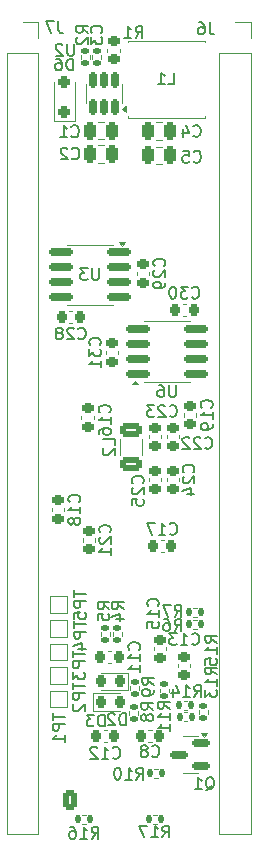
<source format=gbo>
G04 #@! TF.GenerationSoftware,KiCad,Pcbnew,8.0.5*
G04 #@! TF.CreationDate,2024-10-01T14:56:49-07:00*
G04 #@! TF.ProjectId,gr25_nodes,67723235-5f6e-46f6-9465-732e6b696361,rev?*
G04 #@! TF.SameCoordinates,Original*
G04 #@! TF.FileFunction,Legend,Bot*
G04 #@! TF.FilePolarity,Positive*
%FSLAX46Y46*%
G04 Gerber Fmt 4.6, Leading zero omitted, Abs format (unit mm)*
G04 Created by KiCad (PCBNEW 8.0.5) date 2024-10-01 14:56:49*
%MOMM*%
%LPD*%
G01*
G04 APERTURE LIST*
G04 Aperture macros list*
%AMRoundRect*
0 Rectangle with rounded corners*
0 $1 Rounding radius*
0 $2 $3 $4 $5 $6 $7 $8 $9 X,Y pos of 4 corners*
0 Add a 4 corners polygon primitive as box body*
4,1,4,$2,$3,$4,$5,$6,$7,$8,$9,$2,$3,0*
0 Add four circle primitives for the rounded corners*
1,1,$1+$1,$2,$3*
1,1,$1+$1,$4,$5*
1,1,$1+$1,$6,$7*
1,1,$1+$1,$8,$9*
0 Add four rect primitives between the rounded corners*
20,1,$1+$1,$2,$3,$4,$5,0*
20,1,$1+$1,$4,$5,$6,$7,0*
20,1,$1+$1,$6,$7,$8,$9,0*
20,1,$1+$1,$8,$9,$2,$3,0*%
G04 Aperture macros list end*
%ADD10C,0.150000*%
%ADD11C,0.120000*%
%ADD12RoundRect,0.250000X-0.350000X-0.625000X0.350000X-0.625000X0.350000X0.625000X-0.350000X0.625000X0*%
%ADD13O,1.200000X1.750000*%
%ADD14RoundRect,0.135000X0.185000X-0.135000X0.185000X0.135000X-0.185000X0.135000X-0.185000X-0.135000X0*%
%ADD15RoundRect,0.250000X0.250000X0.475000X-0.250000X0.475000X-0.250000X-0.475000X0.250000X-0.475000X0*%
%ADD16RoundRect,0.225000X0.225000X0.250000X-0.225000X0.250000X-0.225000X-0.250000X0.225000X-0.250000X0*%
%ADD17RoundRect,0.225000X-0.250000X0.225000X-0.250000X-0.225000X0.250000X-0.225000X0.250000X0.225000X0*%
%ADD18RoundRect,0.250000X0.250000X-0.250000X0.250000X0.250000X-0.250000X0.250000X-0.250000X-0.250000X0*%
%ADD19RoundRect,0.135000X0.135000X0.185000X-0.135000X0.185000X-0.135000X-0.185000X0.135000X-0.185000X0*%
%ADD20R,1.700000X1.700000*%
%ADD21O,1.700000X1.700000*%
%ADD22RoundRect,0.218750X-0.218750X-0.256250X0.218750X-0.256250X0.218750X0.256250X-0.218750X0.256250X0*%
%ADD23R,1.000000X1.000000*%
%ADD24RoundRect,0.135000X-0.185000X0.135000X-0.185000X-0.135000X0.185000X-0.135000X0.185000X0.135000X0*%
%ADD25RoundRect,0.225000X0.250000X-0.225000X0.250000X0.225000X-0.250000X0.225000X-0.250000X-0.225000X0*%
%ADD26RoundRect,0.150000X0.150000X-0.512500X0.150000X0.512500X-0.150000X0.512500X-0.150000X-0.512500X0*%
%ADD27RoundRect,0.135000X-0.135000X-0.185000X0.135000X-0.185000X0.135000X0.185000X-0.135000X0.185000X0*%
%ADD28RoundRect,0.150000X0.825000X0.150000X-0.825000X0.150000X-0.825000X-0.150000X0.825000X-0.150000X0*%
%ADD29RoundRect,0.225000X-0.225000X-0.250000X0.225000X-0.250000X0.225000X0.250000X-0.225000X0.250000X0*%
%ADD30RoundRect,0.250000X-0.250000X-0.475000X0.250000X-0.475000X0.250000X0.475000X-0.250000X0.475000X0*%
%ADD31RoundRect,0.250000X-0.650000X0.325000X-0.650000X-0.325000X0.650000X-0.325000X0.650000X0.325000X0*%
%ADD32RoundRect,0.150000X0.587500X0.150000X-0.587500X0.150000X-0.587500X-0.150000X0.587500X-0.150000X0*%
%ADD33R,2.400000X5.700000*%
%ADD34RoundRect,0.150000X-0.825000X-0.150000X0.825000X-0.150000X0.825000X0.150000X-0.825000X0.150000X0*%
%ADD35RoundRect,0.218750X0.218750X0.256250X-0.218750X0.256250X-0.218750X-0.256250X0.218750X-0.256250X0*%
G04 APERTURE END LIST*
D10*
X121754819Y-86633333D02*
X121278628Y-86300000D01*
X121754819Y-86061905D02*
X120754819Y-86061905D01*
X120754819Y-86061905D02*
X120754819Y-86442857D01*
X120754819Y-86442857D02*
X120802438Y-86538095D01*
X120802438Y-86538095D02*
X120850057Y-86585714D01*
X120850057Y-86585714D02*
X120945295Y-86633333D01*
X120945295Y-86633333D02*
X121088152Y-86633333D01*
X121088152Y-86633333D02*
X121183390Y-86585714D01*
X121183390Y-86585714D02*
X121231009Y-86538095D01*
X121231009Y-86538095D02*
X121278628Y-86442857D01*
X121278628Y-86442857D02*
X121278628Y-86061905D01*
X121183390Y-87204762D02*
X121135771Y-87109524D01*
X121135771Y-87109524D02*
X121088152Y-87061905D01*
X121088152Y-87061905D02*
X120992914Y-87014286D01*
X120992914Y-87014286D02*
X120945295Y-87014286D01*
X120945295Y-87014286D02*
X120850057Y-87061905D01*
X120850057Y-87061905D02*
X120802438Y-87109524D01*
X120802438Y-87109524D02*
X120754819Y-87204762D01*
X120754819Y-87204762D02*
X120754819Y-87395238D01*
X120754819Y-87395238D02*
X120802438Y-87490476D01*
X120802438Y-87490476D02*
X120850057Y-87538095D01*
X120850057Y-87538095D02*
X120945295Y-87585714D01*
X120945295Y-87585714D02*
X120992914Y-87585714D01*
X120992914Y-87585714D02*
X121088152Y-87538095D01*
X121088152Y-87538095D02*
X121135771Y-87490476D01*
X121135771Y-87490476D02*
X121183390Y-87395238D01*
X121183390Y-87395238D02*
X121183390Y-87204762D01*
X121183390Y-87204762D02*
X121231009Y-87109524D01*
X121231009Y-87109524D02*
X121278628Y-87061905D01*
X121278628Y-87061905D02*
X121373866Y-87014286D01*
X121373866Y-87014286D02*
X121564342Y-87014286D01*
X121564342Y-87014286D02*
X121659580Y-87061905D01*
X121659580Y-87061905D02*
X121707200Y-87109524D01*
X121707200Y-87109524D02*
X121754819Y-87204762D01*
X121754819Y-87204762D02*
X121754819Y-87395238D01*
X121754819Y-87395238D02*
X121707200Y-87490476D01*
X121707200Y-87490476D02*
X121659580Y-87538095D01*
X121659580Y-87538095D02*
X121564342Y-87585714D01*
X121564342Y-87585714D02*
X121373866Y-87585714D01*
X121373866Y-87585714D02*
X121278628Y-87538095D01*
X121278628Y-87538095D02*
X121231009Y-87490476D01*
X121231009Y-87490476D02*
X121183390Y-87395238D01*
X125166666Y-38059580D02*
X125214285Y-38107200D01*
X125214285Y-38107200D02*
X125357142Y-38154819D01*
X125357142Y-38154819D02*
X125452380Y-38154819D01*
X125452380Y-38154819D02*
X125595237Y-38107200D01*
X125595237Y-38107200D02*
X125690475Y-38011961D01*
X125690475Y-38011961D02*
X125738094Y-37916723D01*
X125738094Y-37916723D02*
X125785713Y-37726247D01*
X125785713Y-37726247D02*
X125785713Y-37583390D01*
X125785713Y-37583390D02*
X125738094Y-37392914D01*
X125738094Y-37392914D02*
X125690475Y-37297676D01*
X125690475Y-37297676D02*
X125595237Y-37202438D01*
X125595237Y-37202438D02*
X125452380Y-37154819D01*
X125452380Y-37154819D02*
X125357142Y-37154819D01*
X125357142Y-37154819D02*
X125214285Y-37202438D01*
X125214285Y-37202438D02*
X125166666Y-37250057D01*
X124309523Y-37488152D02*
X124309523Y-38154819D01*
X124547618Y-37107200D02*
X124785713Y-37821485D01*
X124785713Y-37821485D02*
X124166666Y-37821485D01*
X120559580Y-81557142D02*
X120607200Y-81509523D01*
X120607200Y-81509523D02*
X120654819Y-81366666D01*
X120654819Y-81366666D02*
X120654819Y-81271428D01*
X120654819Y-81271428D02*
X120607200Y-81128571D01*
X120607200Y-81128571D02*
X120511961Y-81033333D01*
X120511961Y-81033333D02*
X120416723Y-80985714D01*
X120416723Y-80985714D02*
X120226247Y-80938095D01*
X120226247Y-80938095D02*
X120083390Y-80938095D01*
X120083390Y-80938095D02*
X119892914Y-80985714D01*
X119892914Y-80985714D02*
X119797676Y-81033333D01*
X119797676Y-81033333D02*
X119702438Y-81128571D01*
X119702438Y-81128571D02*
X119654819Y-81271428D01*
X119654819Y-81271428D02*
X119654819Y-81366666D01*
X119654819Y-81366666D02*
X119702438Y-81509523D01*
X119702438Y-81509523D02*
X119750057Y-81557142D01*
X120654819Y-82509523D02*
X120654819Y-81938095D01*
X120654819Y-82223809D02*
X119654819Y-82223809D01*
X119654819Y-82223809D02*
X119797676Y-82128571D01*
X119797676Y-82128571D02*
X119892914Y-82033333D01*
X119892914Y-82033333D02*
X119940533Y-81938095D01*
X120654819Y-83461904D02*
X120654819Y-82890476D01*
X120654819Y-83176190D02*
X119654819Y-83176190D01*
X119654819Y-83176190D02*
X119797676Y-83080952D01*
X119797676Y-83080952D02*
X119892914Y-82985714D01*
X119892914Y-82985714D02*
X119940533Y-82890476D01*
X117229580Y-55757142D02*
X117277200Y-55709523D01*
X117277200Y-55709523D02*
X117324819Y-55566666D01*
X117324819Y-55566666D02*
X117324819Y-55471428D01*
X117324819Y-55471428D02*
X117277200Y-55328571D01*
X117277200Y-55328571D02*
X117181961Y-55233333D01*
X117181961Y-55233333D02*
X117086723Y-55185714D01*
X117086723Y-55185714D02*
X116896247Y-55138095D01*
X116896247Y-55138095D02*
X116753390Y-55138095D01*
X116753390Y-55138095D02*
X116562914Y-55185714D01*
X116562914Y-55185714D02*
X116467676Y-55233333D01*
X116467676Y-55233333D02*
X116372438Y-55328571D01*
X116372438Y-55328571D02*
X116324819Y-55471428D01*
X116324819Y-55471428D02*
X116324819Y-55566666D01*
X116324819Y-55566666D02*
X116372438Y-55709523D01*
X116372438Y-55709523D02*
X116420057Y-55757142D01*
X116324819Y-56090476D02*
X116324819Y-56709523D01*
X116324819Y-56709523D02*
X116705771Y-56376190D01*
X116705771Y-56376190D02*
X116705771Y-56519047D01*
X116705771Y-56519047D02*
X116753390Y-56614285D01*
X116753390Y-56614285D02*
X116801009Y-56661904D01*
X116801009Y-56661904D02*
X116896247Y-56709523D01*
X116896247Y-56709523D02*
X117134342Y-56709523D01*
X117134342Y-56709523D02*
X117229580Y-56661904D01*
X117229580Y-56661904D02*
X117277200Y-56614285D01*
X117277200Y-56614285D02*
X117324819Y-56519047D01*
X117324819Y-56519047D02*
X117324819Y-56233333D01*
X117324819Y-56233333D02*
X117277200Y-56138095D01*
X117277200Y-56138095D02*
X117229580Y-56090476D01*
X117324819Y-57661904D02*
X117324819Y-57090476D01*
X117324819Y-57376190D02*
X116324819Y-57376190D01*
X116324819Y-57376190D02*
X116467676Y-57280952D01*
X116467676Y-57280952D02*
X116562914Y-57185714D01*
X116562914Y-57185714D02*
X116610533Y-57090476D01*
X114988094Y-32504819D02*
X114988094Y-31504819D01*
X114988094Y-31504819D02*
X114749999Y-31504819D01*
X114749999Y-31504819D02*
X114607142Y-31552438D01*
X114607142Y-31552438D02*
X114511904Y-31647676D01*
X114511904Y-31647676D02*
X114464285Y-31742914D01*
X114464285Y-31742914D02*
X114416666Y-31933390D01*
X114416666Y-31933390D02*
X114416666Y-32076247D01*
X114416666Y-32076247D02*
X114464285Y-32266723D01*
X114464285Y-32266723D02*
X114511904Y-32361961D01*
X114511904Y-32361961D02*
X114607142Y-32457200D01*
X114607142Y-32457200D02*
X114749999Y-32504819D01*
X114749999Y-32504819D02*
X114988094Y-32504819D01*
X113559523Y-31504819D02*
X113749999Y-31504819D01*
X113749999Y-31504819D02*
X113845237Y-31552438D01*
X113845237Y-31552438D02*
X113892856Y-31600057D01*
X113892856Y-31600057D02*
X113988094Y-31742914D01*
X113988094Y-31742914D02*
X114035713Y-31933390D01*
X114035713Y-31933390D02*
X114035713Y-32314342D01*
X114035713Y-32314342D02*
X113988094Y-32409580D01*
X113988094Y-32409580D02*
X113940475Y-32457200D01*
X113940475Y-32457200D02*
X113845237Y-32504819D01*
X113845237Y-32504819D02*
X113654761Y-32504819D01*
X113654761Y-32504819D02*
X113559523Y-32457200D01*
X113559523Y-32457200D02*
X113511904Y-32409580D01*
X113511904Y-32409580D02*
X113464285Y-32314342D01*
X113464285Y-32314342D02*
X113464285Y-32076247D01*
X113464285Y-32076247D02*
X113511904Y-31981009D01*
X113511904Y-31981009D02*
X113559523Y-31933390D01*
X113559523Y-31933390D02*
X113654761Y-31885771D01*
X113654761Y-31885771D02*
X113845237Y-31885771D01*
X113845237Y-31885771D02*
X113940475Y-31933390D01*
X113940475Y-31933390D02*
X113988094Y-31981009D01*
X113988094Y-31981009D02*
X114035713Y-32076247D01*
X116542857Y-97554819D02*
X116876190Y-97078628D01*
X117114285Y-97554819D02*
X117114285Y-96554819D01*
X117114285Y-96554819D02*
X116733333Y-96554819D01*
X116733333Y-96554819D02*
X116638095Y-96602438D01*
X116638095Y-96602438D02*
X116590476Y-96650057D01*
X116590476Y-96650057D02*
X116542857Y-96745295D01*
X116542857Y-96745295D02*
X116542857Y-96888152D01*
X116542857Y-96888152D02*
X116590476Y-96983390D01*
X116590476Y-96983390D02*
X116638095Y-97031009D01*
X116638095Y-97031009D02*
X116733333Y-97078628D01*
X116733333Y-97078628D02*
X117114285Y-97078628D01*
X115590476Y-97554819D02*
X116161904Y-97554819D01*
X115876190Y-97554819D02*
X115876190Y-96554819D01*
X115876190Y-96554819D02*
X115971428Y-96697676D01*
X115971428Y-96697676D02*
X116066666Y-96792914D01*
X116066666Y-96792914D02*
X116161904Y-96840533D01*
X114733333Y-96554819D02*
X114923809Y-96554819D01*
X114923809Y-96554819D02*
X115019047Y-96602438D01*
X115019047Y-96602438D02*
X115066666Y-96650057D01*
X115066666Y-96650057D02*
X115161904Y-96792914D01*
X115161904Y-96792914D02*
X115209523Y-96983390D01*
X115209523Y-96983390D02*
X115209523Y-97364342D01*
X115209523Y-97364342D02*
X115161904Y-97459580D01*
X115161904Y-97459580D02*
X115114285Y-97507200D01*
X115114285Y-97507200D02*
X115019047Y-97554819D01*
X115019047Y-97554819D02*
X114828571Y-97554819D01*
X114828571Y-97554819D02*
X114733333Y-97507200D01*
X114733333Y-97507200D02*
X114685714Y-97459580D01*
X114685714Y-97459580D02*
X114638095Y-97364342D01*
X114638095Y-97364342D02*
X114638095Y-97126247D01*
X114638095Y-97126247D02*
X114685714Y-97031009D01*
X114685714Y-97031009D02*
X114733333Y-96983390D01*
X114733333Y-96983390D02*
X114828571Y-96935771D01*
X114828571Y-96935771D02*
X115019047Y-96935771D01*
X115019047Y-96935771D02*
X115114285Y-96983390D01*
X115114285Y-96983390D02*
X115161904Y-97031009D01*
X115161904Y-97031009D02*
X115209523Y-97126247D01*
X123566666Y-78754819D02*
X123899999Y-78278628D01*
X124138094Y-78754819D02*
X124138094Y-77754819D01*
X124138094Y-77754819D02*
X123757142Y-77754819D01*
X123757142Y-77754819D02*
X123661904Y-77802438D01*
X123661904Y-77802438D02*
X123614285Y-77850057D01*
X123614285Y-77850057D02*
X123566666Y-77945295D01*
X123566666Y-77945295D02*
X123566666Y-78088152D01*
X123566666Y-78088152D02*
X123614285Y-78183390D01*
X123614285Y-78183390D02*
X123661904Y-78231009D01*
X123661904Y-78231009D02*
X123757142Y-78278628D01*
X123757142Y-78278628D02*
X124138094Y-78278628D01*
X123233332Y-77754819D02*
X122566666Y-77754819D01*
X122566666Y-77754819D02*
X122995237Y-78754819D01*
X126533333Y-28454819D02*
X126533333Y-29169104D01*
X126533333Y-29169104D02*
X126580952Y-29311961D01*
X126580952Y-29311961D02*
X126676190Y-29407200D01*
X126676190Y-29407200D02*
X126819047Y-29454819D01*
X126819047Y-29454819D02*
X126914285Y-29454819D01*
X125628571Y-28454819D02*
X125819047Y-28454819D01*
X125819047Y-28454819D02*
X125914285Y-28502438D01*
X125914285Y-28502438D02*
X125961904Y-28550057D01*
X125961904Y-28550057D02*
X126057142Y-28692914D01*
X126057142Y-28692914D02*
X126104761Y-28883390D01*
X126104761Y-28883390D02*
X126104761Y-29264342D01*
X126104761Y-29264342D02*
X126057142Y-29359580D01*
X126057142Y-29359580D02*
X126009523Y-29407200D01*
X126009523Y-29407200D02*
X125914285Y-29454819D01*
X125914285Y-29454819D02*
X125723809Y-29454819D01*
X125723809Y-29454819D02*
X125628571Y-29407200D01*
X125628571Y-29407200D02*
X125580952Y-29359580D01*
X125580952Y-29359580D02*
X125533333Y-29264342D01*
X125533333Y-29264342D02*
X125533333Y-29026247D01*
X125533333Y-29026247D02*
X125580952Y-28931009D01*
X125580952Y-28931009D02*
X125628571Y-28883390D01*
X125628571Y-28883390D02*
X125723809Y-28835771D01*
X125723809Y-28835771D02*
X125914285Y-28835771D01*
X125914285Y-28835771D02*
X126009523Y-28883390D01*
X126009523Y-28883390D02*
X126057142Y-28931009D01*
X126057142Y-28931009D02*
X126104761Y-29026247D01*
X118059580Y-61457142D02*
X118107200Y-61409523D01*
X118107200Y-61409523D02*
X118154819Y-61266666D01*
X118154819Y-61266666D02*
X118154819Y-61171428D01*
X118154819Y-61171428D02*
X118107200Y-61028571D01*
X118107200Y-61028571D02*
X118011961Y-60933333D01*
X118011961Y-60933333D02*
X117916723Y-60885714D01*
X117916723Y-60885714D02*
X117726247Y-60838095D01*
X117726247Y-60838095D02*
X117583390Y-60838095D01*
X117583390Y-60838095D02*
X117392914Y-60885714D01*
X117392914Y-60885714D02*
X117297676Y-60933333D01*
X117297676Y-60933333D02*
X117202438Y-61028571D01*
X117202438Y-61028571D02*
X117154819Y-61171428D01*
X117154819Y-61171428D02*
X117154819Y-61266666D01*
X117154819Y-61266666D02*
X117202438Y-61409523D01*
X117202438Y-61409523D02*
X117250057Y-61457142D01*
X118154819Y-62409523D02*
X118154819Y-61838095D01*
X118154819Y-62123809D02*
X117154819Y-62123809D01*
X117154819Y-62123809D02*
X117297676Y-62028571D01*
X117297676Y-62028571D02*
X117392914Y-61933333D01*
X117392914Y-61933333D02*
X117440533Y-61838095D01*
X117154819Y-63266666D02*
X117154819Y-63076190D01*
X117154819Y-63076190D02*
X117202438Y-62980952D01*
X117202438Y-62980952D02*
X117250057Y-62933333D01*
X117250057Y-62933333D02*
X117392914Y-62838095D01*
X117392914Y-62838095D02*
X117583390Y-62790476D01*
X117583390Y-62790476D02*
X117964342Y-62790476D01*
X117964342Y-62790476D02*
X118059580Y-62838095D01*
X118059580Y-62838095D02*
X118107200Y-62885714D01*
X118107200Y-62885714D02*
X118154819Y-62980952D01*
X118154819Y-62980952D02*
X118154819Y-63171428D01*
X118154819Y-63171428D02*
X118107200Y-63266666D01*
X118107200Y-63266666D02*
X118059580Y-63314285D01*
X118059580Y-63314285D02*
X117964342Y-63361904D01*
X117964342Y-63361904D02*
X117726247Y-63361904D01*
X117726247Y-63361904D02*
X117631009Y-63314285D01*
X117631009Y-63314285D02*
X117583390Y-63266666D01*
X117583390Y-63266666D02*
X117535771Y-63171428D01*
X117535771Y-63171428D02*
X117535771Y-62980952D01*
X117535771Y-62980952D02*
X117583390Y-62885714D01*
X117583390Y-62885714D02*
X117631009Y-62838095D01*
X117631009Y-62838095D02*
X117726247Y-62790476D01*
X119438094Y-87954819D02*
X119438094Y-86954819D01*
X119438094Y-86954819D02*
X119199999Y-86954819D01*
X119199999Y-86954819D02*
X119057142Y-87002438D01*
X119057142Y-87002438D02*
X118961904Y-87097676D01*
X118961904Y-87097676D02*
X118914285Y-87192914D01*
X118914285Y-87192914D02*
X118866666Y-87383390D01*
X118866666Y-87383390D02*
X118866666Y-87526247D01*
X118866666Y-87526247D02*
X118914285Y-87716723D01*
X118914285Y-87716723D02*
X118961904Y-87811961D01*
X118961904Y-87811961D02*
X119057142Y-87907200D01*
X119057142Y-87907200D02*
X119199999Y-87954819D01*
X119199999Y-87954819D02*
X119438094Y-87954819D01*
X118485713Y-87050057D02*
X118438094Y-87002438D01*
X118438094Y-87002438D02*
X118342856Y-86954819D01*
X118342856Y-86954819D02*
X118104761Y-86954819D01*
X118104761Y-86954819D02*
X118009523Y-87002438D01*
X118009523Y-87002438D02*
X117961904Y-87050057D01*
X117961904Y-87050057D02*
X117914285Y-87145295D01*
X117914285Y-87145295D02*
X117914285Y-87240533D01*
X117914285Y-87240533D02*
X117961904Y-87383390D01*
X117961904Y-87383390D02*
X118533332Y-87954819D01*
X118533332Y-87954819D02*
X117914285Y-87954819D01*
X125179166Y-40222080D02*
X125226785Y-40269700D01*
X125226785Y-40269700D02*
X125369642Y-40317319D01*
X125369642Y-40317319D02*
X125464880Y-40317319D01*
X125464880Y-40317319D02*
X125607737Y-40269700D01*
X125607737Y-40269700D02*
X125702975Y-40174461D01*
X125702975Y-40174461D02*
X125750594Y-40079223D01*
X125750594Y-40079223D02*
X125798213Y-39888747D01*
X125798213Y-39888747D02*
X125798213Y-39745890D01*
X125798213Y-39745890D02*
X125750594Y-39555414D01*
X125750594Y-39555414D02*
X125702975Y-39460176D01*
X125702975Y-39460176D02*
X125607737Y-39364938D01*
X125607737Y-39364938D02*
X125464880Y-39317319D01*
X125464880Y-39317319D02*
X125369642Y-39317319D01*
X125369642Y-39317319D02*
X125226785Y-39364938D01*
X125226785Y-39364938D02*
X125179166Y-39412557D01*
X124274404Y-39317319D02*
X124750594Y-39317319D01*
X124750594Y-39317319D02*
X124798213Y-39793509D01*
X124798213Y-39793509D02*
X124750594Y-39745890D01*
X124750594Y-39745890D02*
X124655356Y-39698271D01*
X124655356Y-39698271D02*
X124417261Y-39698271D01*
X124417261Y-39698271D02*
X124322023Y-39745890D01*
X124322023Y-39745890D02*
X124274404Y-39793509D01*
X124274404Y-39793509D02*
X124226785Y-39888747D01*
X124226785Y-39888747D02*
X124226785Y-40126842D01*
X124226785Y-40126842D02*
X124274404Y-40222080D01*
X124274404Y-40222080D02*
X124322023Y-40269700D01*
X124322023Y-40269700D02*
X124417261Y-40317319D01*
X124417261Y-40317319D02*
X124655356Y-40317319D01*
X124655356Y-40317319D02*
X124750594Y-40269700D01*
X124750594Y-40269700D02*
X124798213Y-40222080D01*
X115054819Y-79138095D02*
X115054819Y-79709523D01*
X116054819Y-79423809D02*
X115054819Y-79423809D01*
X116054819Y-80042857D02*
X115054819Y-80042857D01*
X115054819Y-80042857D02*
X115054819Y-80423809D01*
X115054819Y-80423809D02*
X115102438Y-80519047D01*
X115102438Y-80519047D02*
X115150057Y-80566666D01*
X115150057Y-80566666D02*
X115245295Y-80614285D01*
X115245295Y-80614285D02*
X115388152Y-80614285D01*
X115388152Y-80614285D02*
X115483390Y-80566666D01*
X115483390Y-80566666D02*
X115531009Y-80519047D01*
X115531009Y-80519047D02*
X115578628Y-80423809D01*
X115578628Y-80423809D02*
X115578628Y-80042857D01*
X115388152Y-81471428D02*
X116054819Y-81471428D01*
X115007200Y-81233333D02*
X115721485Y-80995238D01*
X115721485Y-80995238D02*
X115721485Y-81614285D01*
X127154819Y-83657142D02*
X126678628Y-83323809D01*
X127154819Y-83085714D02*
X126154819Y-83085714D01*
X126154819Y-83085714D02*
X126154819Y-83466666D01*
X126154819Y-83466666D02*
X126202438Y-83561904D01*
X126202438Y-83561904D02*
X126250057Y-83609523D01*
X126250057Y-83609523D02*
X126345295Y-83657142D01*
X126345295Y-83657142D02*
X126488152Y-83657142D01*
X126488152Y-83657142D02*
X126583390Y-83609523D01*
X126583390Y-83609523D02*
X126631009Y-83561904D01*
X126631009Y-83561904D02*
X126678628Y-83466666D01*
X126678628Y-83466666D02*
X126678628Y-83085714D01*
X127154819Y-84609523D02*
X127154819Y-84038095D01*
X127154819Y-84323809D02*
X126154819Y-84323809D01*
X126154819Y-84323809D02*
X126297676Y-84228571D01*
X126297676Y-84228571D02*
X126392914Y-84133333D01*
X126392914Y-84133333D02*
X126440533Y-84038095D01*
X126154819Y-84942857D02*
X126154819Y-85561904D01*
X126154819Y-85561904D02*
X126535771Y-85228571D01*
X126535771Y-85228571D02*
X126535771Y-85371428D01*
X126535771Y-85371428D02*
X126583390Y-85466666D01*
X126583390Y-85466666D02*
X126631009Y-85514285D01*
X126631009Y-85514285D02*
X126726247Y-85561904D01*
X126726247Y-85561904D02*
X126964342Y-85561904D01*
X126964342Y-85561904D02*
X127059580Y-85514285D01*
X127059580Y-85514285D02*
X127107200Y-85466666D01*
X127107200Y-85466666D02*
X127154819Y-85371428D01*
X127154819Y-85371428D02*
X127154819Y-85085714D01*
X127154819Y-85085714D02*
X127107200Y-84990476D01*
X127107200Y-84990476D02*
X127059580Y-84942857D01*
X126142857Y-64459580D02*
X126190476Y-64507200D01*
X126190476Y-64507200D02*
X126333333Y-64554819D01*
X126333333Y-64554819D02*
X126428571Y-64554819D01*
X126428571Y-64554819D02*
X126571428Y-64507200D01*
X126571428Y-64507200D02*
X126666666Y-64411961D01*
X126666666Y-64411961D02*
X126714285Y-64316723D01*
X126714285Y-64316723D02*
X126761904Y-64126247D01*
X126761904Y-64126247D02*
X126761904Y-63983390D01*
X126761904Y-63983390D02*
X126714285Y-63792914D01*
X126714285Y-63792914D02*
X126666666Y-63697676D01*
X126666666Y-63697676D02*
X126571428Y-63602438D01*
X126571428Y-63602438D02*
X126428571Y-63554819D01*
X126428571Y-63554819D02*
X126333333Y-63554819D01*
X126333333Y-63554819D02*
X126190476Y-63602438D01*
X126190476Y-63602438D02*
X126142857Y-63650057D01*
X125761904Y-63650057D02*
X125714285Y-63602438D01*
X125714285Y-63602438D02*
X125619047Y-63554819D01*
X125619047Y-63554819D02*
X125380952Y-63554819D01*
X125380952Y-63554819D02*
X125285714Y-63602438D01*
X125285714Y-63602438D02*
X125238095Y-63650057D01*
X125238095Y-63650057D02*
X125190476Y-63745295D01*
X125190476Y-63745295D02*
X125190476Y-63840533D01*
X125190476Y-63840533D02*
X125238095Y-63983390D01*
X125238095Y-63983390D02*
X125809523Y-64554819D01*
X125809523Y-64554819D02*
X125190476Y-64554819D01*
X124809523Y-63650057D02*
X124761904Y-63602438D01*
X124761904Y-63602438D02*
X124666666Y-63554819D01*
X124666666Y-63554819D02*
X124428571Y-63554819D01*
X124428571Y-63554819D02*
X124333333Y-63602438D01*
X124333333Y-63602438D02*
X124285714Y-63650057D01*
X124285714Y-63650057D02*
X124238095Y-63745295D01*
X124238095Y-63745295D02*
X124238095Y-63840533D01*
X124238095Y-63840533D02*
X124285714Y-63983390D01*
X124285714Y-63983390D02*
X124857142Y-64554819D01*
X124857142Y-64554819D02*
X124238095Y-64554819D01*
X115061904Y-30254819D02*
X115061904Y-31064342D01*
X115061904Y-31064342D02*
X115014285Y-31159580D01*
X115014285Y-31159580D02*
X114966666Y-31207200D01*
X114966666Y-31207200D02*
X114871428Y-31254819D01*
X114871428Y-31254819D02*
X114680952Y-31254819D01*
X114680952Y-31254819D02*
X114585714Y-31207200D01*
X114585714Y-31207200D02*
X114538095Y-31159580D01*
X114538095Y-31159580D02*
X114490476Y-31064342D01*
X114490476Y-31064342D02*
X114490476Y-30254819D01*
X114061904Y-30350057D02*
X114014285Y-30302438D01*
X114014285Y-30302438D02*
X113919047Y-30254819D01*
X113919047Y-30254819D02*
X113680952Y-30254819D01*
X113680952Y-30254819D02*
X113585714Y-30302438D01*
X113585714Y-30302438D02*
X113538095Y-30350057D01*
X113538095Y-30350057D02*
X113490476Y-30445295D01*
X113490476Y-30445295D02*
X113490476Y-30540533D01*
X113490476Y-30540533D02*
X113538095Y-30683390D01*
X113538095Y-30683390D02*
X114109523Y-31254819D01*
X114109523Y-31254819D02*
X113490476Y-31254819D01*
X125242857Y-85554819D02*
X125576190Y-85078628D01*
X125814285Y-85554819D02*
X125814285Y-84554819D01*
X125814285Y-84554819D02*
X125433333Y-84554819D01*
X125433333Y-84554819D02*
X125338095Y-84602438D01*
X125338095Y-84602438D02*
X125290476Y-84650057D01*
X125290476Y-84650057D02*
X125242857Y-84745295D01*
X125242857Y-84745295D02*
X125242857Y-84888152D01*
X125242857Y-84888152D02*
X125290476Y-84983390D01*
X125290476Y-84983390D02*
X125338095Y-85031009D01*
X125338095Y-85031009D02*
X125433333Y-85078628D01*
X125433333Y-85078628D02*
X125814285Y-85078628D01*
X124290476Y-85554819D02*
X124861904Y-85554819D01*
X124576190Y-85554819D02*
X124576190Y-84554819D01*
X124576190Y-84554819D02*
X124671428Y-84697676D01*
X124671428Y-84697676D02*
X124766666Y-84792914D01*
X124766666Y-84792914D02*
X124861904Y-84840533D01*
X123433333Y-84888152D02*
X123433333Y-85554819D01*
X123671428Y-84507200D02*
X123909523Y-85221485D01*
X123909523Y-85221485D02*
X123290476Y-85221485D01*
X123566666Y-79954819D02*
X123899999Y-79478628D01*
X124138094Y-79954819D02*
X124138094Y-78954819D01*
X124138094Y-78954819D02*
X123757142Y-78954819D01*
X123757142Y-78954819D02*
X123661904Y-79002438D01*
X123661904Y-79002438D02*
X123614285Y-79050057D01*
X123614285Y-79050057D02*
X123566666Y-79145295D01*
X123566666Y-79145295D02*
X123566666Y-79288152D01*
X123566666Y-79288152D02*
X123614285Y-79383390D01*
X123614285Y-79383390D02*
X123661904Y-79431009D01*
X123661904Y-79431009D02*
X123757142Y-79478628D01*
X123757142Y-79478628D02*
X124138094Y-79478628D01*
X122709523Y-78954819D02*
X122899999Y-78954819D01*
X122899999Y-78954819D02*
X122995237Y-79002438D01*
X122995237Y-79002438D02*
X123042856Y-79050057D01*
X123042856Y-79050057D02*
X123138094Y-79192914D01*
X123138094Y-79192914D02*
X123185713Y-79383390D01*
X123185713Y-79383390D02*
X123185713Y-79764342D01*
X123185713Y-79764342D02*
X123138094Y-79859580D01*
X123138094Y-79859580D02*
X123090475Y-79907200D01*
X123090475Y-79907200D02*
X122995237Y-79954819D01*
X122995237Y-79954819D02*
X122804761Y-79954819D01*
X122804761Y-79954819D02*
X122709523Y-79907200D01*
X122709523Y-79907200D02*
X122661904Y-79859580D01*
X122661904Y-79859580D02*
X122614285Y-79764342D01*
X122614285Y-79764342D02*
X122614285Y-79526247D01*
X122614285Y-79526247D02*
X122661904Y-79431009D01*
X122661904Y-79431009D02*
X122709523Y-79383390D01*
X122709523Y-79383390D02*
X122804761Y-79335771D01*
X122804761Y-79335771D02*
X122995237Y-79335771D01*
X122995237Y-79335771D02*
X123090475Y-79383390D01*
X123090475Y-79383390D02*
X123138094Y-79431009D01*
X123138094Y-79431009D02*
X123185713Y-79526247D01*
X113733333Y-28354819D02*
X113733333Y-29069104D01*
X113733333Y-29069104D02*
X113780952Y-29211961D01*
X113780952Y-29211961D02*
X113876190Y-29307200D01*
X113876190Y-29307200D02*
X114019047Y-29354819D01*
X114019047Y-29354819D02*
X114114285Y-29354819D01*
X113352380Y-28354819D02*
X112685714Y-28354819D01*
X112685714Y-28354819D02*
X113114285Y-29354819D01*
X120342857Y-92554819D02*
X120676190Y-92078628D01*
X120914285Y-92554819D02*
X120914285Y-91554819D01*
X120914285Y-91554819D02*
X120533333Y-91554819D01*
X120533333Y-91554819D02*
X120438095Y-91602438D01*
X120438095Y-91602438D02*
X120390476Y-91650057D01*
X120390476Y-91650057D02*
X120342857Y-91745295D01*
X120342857Y-91745295D02*
X120342857Y-91888152D01*
X120342857Y-91888152D02*
X120390476Y-91983390D01*
X120390476Y-91983390D02*
X120438095Y-92031009D01*
X120438095Y-92031009D02*
X120533333Y-92078628D01*
X120533333Y-92078628D02*
X120914285Y-92078628D01*
X119390476Y-92554819D02*
X119961904Y-92554819D01*
X119676190Y-92554819D02*
X119676190Y-91554819D01*
X119676190Y-91554819D02*
X119771428Y-91697676D01*
X119771428Y-91697676D02*
X119866666Y-91792914D01*
X119866666Y-91792914D02*
X119961904Y-91840533D01*
X118771428Y-91554819D02*
X118676190Y-91554819D01*
X118676190Y-91554819D02*
X118580952Y-91602438D01*
X118580952Y-91602438D02*
X118533333Y-91650057D01*
X118533333Y-91650057D02*
X118485714Y-91745295D01*
X118485714Y-91745295D02*
X118438095Y-91935771D01*
X118438095Y-91935771D02*
X118438095Y-92173866D01*
X118438095Y-92173866D02*
X118485714Y-92364342D01*
X118485714Y-92364342D02*
X118533333Y-92459580D01*
X118533333Y-92459580D02*
X118580952Y-92507200D01*
X118580952Y-92507200D02*
X118676190Y-92554819D01*
X118676190Y-92554819D02*
X118771428Y-92554819D01*
X118771428Y-92554819D02*
X118866666Y-92507200D01*
X118866666Y-92507200D02*
X118914285Y-92459580D01*
X118914285Y-92459580D02*
X118961904Y-92364342D01*
X118961904Y-92364342D02*
X119009523Y-92173866D01*
X119009523Y-92173866D02*
X119009523Y-91935771D01*
X119009523Y-91935771D02*
X118961904Y-91745295D01*
X118961904Y-91745295D02*
X118914285Y-91650057D01*
X118914285Y-91650057D02*
X118866666Y-91602438D01*
X118866666Y-91602438D02*
X118771428Y-91554819D01*
X127154819Y-80957142D02*
X126678628Y-80623809D01*
X127154819Y-80385714D02*
X126154819Y-80385714D01*
X126154819Y-80385714D02*
X126154819Y-80766666D01*
X126154819Y-80766666D02*
X126202438Y-80861904D01*
X126202438Y-80861904D02*
X126250057Y-80909523D01*
X126250057Y-80909523D02*
X126345295Y-80957142D01*
X126345295Y-80957142D02*
X126488152Y-80957142D01*
X126488152Y-80957142D02*
X126583390Y-80909523D01*
X126583390Y-80909523D02*
X126631009Y-80861904D01*
X126631009Y-80861904D02*
X126678628Y-80766666D01*
X126678628Y-80766666D02*
X126678628Y-80385714D01*
X127154819Y-81909523D02*
X127154819Y-81338095D01*
X127154819Y-81623809D02*
X126154819Y-81623809D01*
X126154819Y-81623809D02*
X126297676Y-81528571D01*
X126297676Y-81528571D02*
X126392914Y-81433333D01*
X126392914Y-81433333D02*
X126440533Y-81338095D01*
X126154819Y-82814285D02*
X126154819Y-82338095D01*
X126154819Y-82338095D02*
X126631009Y-82290476D01*
X126631009Y-82290476D02*
X126583390Y-82338095D01*
X126583390Y-82338095D02*
X126535771Y-82433333D01*
X126535771Y-82433333D02*
X126535771Y-82671428D01*
X126535771Y-82671428D02*
X126583390Y-82766666D01*
X126583390Y-82766666D02*
X126631009Y-82814285D01*
X126631009Y-82814285D02*
X126726247Y-82861904D01*
X126726247Y-82861904D02*
X126964342Y-82861904D01*
X126964342Y-82861904D02*
X127059580Y-82814285D01*
X127059580Y-82814285D02*
X127107200Y-82766666D01*
X127107200Y-82766666D02*
X127154819Y-82671428D01*
X127154819Y-82671428D02*
X127154819Y-82433333D01*
X127154819Y-82433333D02*
X127107200Y-82338095D01*
X127107200Y-82338095D02*
X127059580Y-82290476D01*
X117161904Y-49254819D02*
X117161904Y-50064342D01*
X117161904Y-50064342D02*
X117114285Y-50159580D01*
X117114285Y-50159580D02*
X117066666Y-50207200D01*
X117066666Y-50207200D02*
X116971428Y-50254819D01*
X116971428Y-50254819D02*
X116780952Y-50254819D01*
X116780952Y-50254819D02*
X116685714Y-50207200D01*
X116685714Y-50207200D02*
X116638095Y-50159580D01*
X116638095Y-50159580D02*
X116590476Y-50064342D01*
X116590476Y-50064342D02*
X116590476Y-49254819D01*
X116209523Y-49254819D02*
X115590476Y-49254819D01*
X115590476Y-49254819D02*
X115923809Y-49635771D01*
X115923809Y-49635771D02*
X115780952Y-49635771D01*
X115780952Y-49635771D02*
X115685714Y-49683390D01*
X115685714Y-49683390D02*
X115638095Y-49731009D01*
X115638095Y-49731009D02*
X115590476Y-49826247D01*
X115590476Y-49826247D02*
X115590476Y-50064342D01*
X115590476Y-50064342D02*
X115638095Y-50159580D01*
X115638095Y-50159580D02*
X115685714Y-50207200D01*
X115685714Y-50207200D02*
X115780952Y-50254819D01*
X115780952Y-50254819D02*
X116066666Y-50254819D01*
X116066666Y-50254819D02*
X116161904Y-50207200D01*
X116161904Y-50207200D02*
X116209523Y-50159580D01*
X120859580Y-67457142D02*
X120907200Y-67409523D01*
X120907200Y-67409523D02*
X120954819Y-67266666D01*
X120954819Y-67266666D02*
X120954819Y-67171428D01*
X120954819Y-67171428D02*
X120907200Y-67028571D01*
X120907200Y-67028571D02*
X120811961Y-66933333D01*
X120811961Y-66933333D02*
X120716723Y-66885714D01*
X120716723Y-66885714D02*
X120526247Y-66838095D01*
X120526247Y-66838095D02*
X120383390Y-66838095D01*
X120383390Y-66838095D02*
X120192914Y-66885714D01*
X120192914Y-66885714D02*
X120097676Y-66933333D01*
X120097676Y-66933333D02*
X120002438Y-67028571D01*
X120002438Y-67028571D02*
X119954819Y-67171428D01*
X119954819Y-67171428D02*
X119954819Y-67266666D01*
X119954819Y-67266666D02*
X120002438Y-67409523D01*
X120002438Y-67409523D02*
X120050057Y-67457142D01*
X120050057Y-67838095D02*
X120002438Y-67885714D01*
X120002438Y-67885714D02*
X119954819Y-67980952D01*
X119954819Y-67980952D02*
X119954819Y-68219047D01*
X119954819Y-68219047D02*
X120002438Y-68314285D01*
X120002438Y-68314285D02*
X120050057Y-68361904D01*
X120050057Y-68361904D02*
X120145295Y-68409523D01*
X120145295Y-68409523D02*
X120240533Y-68409523D01*
X120240533Y-68409523D02*
X120383390Y-68361904D01*
X120383390Y-68361904D02*
X120954819Y-67790476D01*
X120954819Y-67790476D02*
X120954819Y-68409523D01*
X119954819Y-69314285D02*
X119954819Y-68838095D01*
X119954819Y-68838095D02*
X120431009Y-68790476D01*
X120431009Y-68790476D02*
X120383390Y-68838095D01*
X120383390Y-68838095D02*
X120335771Y-68933333D01*
X120335771Y-68933333D02*
X120335771Y-69171428D01*
X120335771Y-69171428D02*
X120383390Y-69266666D01*
X120383390Y-69266666D02*
X120431009Y-69314285D01*
X120431009Y-69314285D02*
X120526247Y-69361904D01*
X120526247Y-69361904D02*
X120764342Y-69361904D01*
X120764342Y-69361904D02*
X120859580Y-69314285D01*
X120859580Y-69314285D02*
X120907200Y-69266666D01*
X120907200Y-69266666D02*
X120954819Y-69171428D01*
X120954819Y-69171428D02*
X120954819Y-68933333D01*
X120954819Y-68933333D02*
X120907200Y-68838095D01*
X120907200Y-68838095D02*
X120859580Y-68790476D01*
X119254819Y-78133333D02*
X118778628Y-77800000D01*
X119254819Y-77561905D02*
X118254819Y-77561905D01*
X118254819Y-77561905D02*
X118254819Y-77942857D01*
X118254819Y-77942857D02*
X118302438Y-78038095D01*
X118302438Y-78038095D02*
X118350057Y-78085714D01*
X118350057Y-78085714D02*
X118445295Y-78133333D01*
X118445295Y-78133333D02*
X118588152Y-78133333D01*
X118588152Y-78133333D02*
X118683390Y-78085714D01*
X118683390Y-78085714D02*
X118731009Y-78038095D01*
X118731009Y-78038095D02*
X118778628Y-77942857D01*
X118778628Y-77942857D02*
X118778628Y-77561905D01*
X118588152Y-78990476D02*
X119254819Y-78990476D01*
X118207200Y-78752381D02*
X118921485Y-78514286D01*
X118921485Y-78514286D02*
X118921485Y-79133333D01*
X125042857Y-81059580D02*
X125090476Y-81107200D01*
X125090476Y-81107200D02*
X125233333Y-81154819D01*
X125233333Y-81154819D02*
X125328571Y-81154819D01*
X125328571Y-81154819D02*
X125471428Y-81107200D01*
X125471428Y-81107200D02*
X125566666Y-81011961D01*
X125566666Y-81011961D02*
X125614285Y-80916723D01*
X125614285Y-80916723D02*
X125661904Y-80726247D01*
X125661904Y-80726247D02*
X125661904Y-80583390D01*
X125661904Y-80583390D02*
X125614285Y-80392914D01*
X125614285Y-80392914D02*
X125566666Y-80297676D01*
X125566666Y-80297676D02*
X125471428Y-80202438D01*
X125471428Y-80202438D02*
X125328571Y-80154819D01*
X125328571Y-80154819D02*
X125233333Y-80154819D01*
X125233333Y-80154819D02*
X125090476Y-80202438D01*
X125090476Y-80202438D02*
X125042857Y-80250057D01*
X124090476Y-81154819D02*
X124661904Y-81154819D01*
X124376190Y-81154819D02*
X124376190Y-80154819D01*
X124376190Y-80154819D02*
X124471428Y-80297676D01*
X124471428Y-80297676D02*
X124566666Y-80392914D01*
X124566666Y-80392914D02*
X124661904Y-80440533D01*
X123757142Y-80154819D02*
X123138095Y-80154819D01*
X123138095Y-80154819D02*
X123471428Y-80535771D01*
X123471428Y-80535771D02*
X123328571Y-80535771D01*
X123328571Y-80535771D02*
X123233333Y-80583390D01*
X123233333Y-80583390D02*
X123185714Y-80631009D01*
X123185714Y-80631009D02*
X123138095Y-80726247D01*
X123138095Y-80726247D02*
X123138095Y-80964342D01*
X123138095Y-80964342D02*
X123185714Y-81059580D01*
X123185714Y-81059580D02*
X123233333Y-81107200D01*
X123233333Y-81107200D02*
X123328571Y-81154819D01*
X123328571Y-81154819D02*
X123614285Y-81154819D01*
X123614285Y-81154819D02*
X123709523Y-81107200D01*
X123709523Y-81107200D02*
X123757142Y-81059580D01*
X115417857Y-55189580D02*
X115465476Y-55237200D01*
X115465476Y-55237200D02*
X115608333Y-55284819D01*
X115608333Y-55284819D02*
X115703571Y-55284819D01*
X115703571Y-55284819D02*
X115846428Y-55237200D01*
X115846428Y-55237200D02*
X115941666Y-55141961D01*
X115941666Y-55141961D02*
X115989285Y-55046723D01*
X115989285Y-55046723D02*
X116036904Y-54856247D01*
X116036904Y-54856247D02*
X116036904Y-54713390D01*
X116036904Y-54713390D02*
X115989285Y-54522914D01*
X115989285Y-54522914D02*
X115941666Y-54427676D01*
X115941666Y-54427676D02*
X115846428Y-54332438D01*
X115846428Y-54332438D02*
X115703571Y-54284819D01*
X115703571Y-54284819D02*
X115608333Y-54284819D01*
X115608333Y-54284819D02*
X115465476Y-54332438D01*
X115465476Y-54332438D02*
X115417857Y-54380057D01*
X115036904Y-54380057D02*
X114989285Y-54332438D01*
X114989285Y-54332438D02*
X114894047Y-54284819D01*
X114894047Y-54284819D02*
X114655952Y-54284819D01*
X114655952Y-54284819D02*
X114560714Y-54332438D01*
X114560714Y-54332438D02*
X114513095Y-54380057D01*
X114513095Y-54380057D02*
X114465476Y-54475295D01*
X114465476Y-54475295D02*
X114465476Y-54570533D01*
X114465476Y-54570533D02*
X114513095Y-54713390D01*
X114513095Y-54713390D02*
X115084523Y-55284819D01*
X115084523Y-55284819D02*
X114465476Y-55284819D01*
X113894047Y-54713390D02*
X113989285Y-54665771D01*
X113989285Y-54665771D02*
X114036904Y-54618152D01*
X114036904Y-54618152D02*
X114084523Y-54522914D01*
X114084523Y-54522914D02*
X114084523Y-54475295D01*
X114084523Y-54475295D02*
X114036904Y-54380057D01*
X114036904Y-54380057D02*
X113989285Y-54332438D01*
X113989285Y-54332438D02*
X113894047Y-54284819D01*
X113894047Y-54284819D02*
X113703571Y-54284819D01*
X113703571Y-54284819D02*
X113608333Y-54332438D01*
X113608333Y-54332438D02*
X113560714Y-54380057D01*
X113560714Y-54380057D02*
X113513095Y-54475295D01*
X113513095Y-54475295D02*
X113513095Y-54522914D01*
X113513095Y-54522914D02*
X113560714Y-54618152D01*
X113560714Y-54618152D02*
X113608333Y-54665771D01*
X113608333Y-54665771D02*
X113703571Y-54713390D01*
X113703571Y-54713390D02*
X113894047Y-54713390D01*
X113894047Y-54713390D02*
X113989285Y-54761009D01*
X113989285Y-54761009D02*
X114036904Y-54808628D01*
X114036904Y-54808628D02*
X114084523Y-54903866D01*
X114084523Y-54903866D02*
X114084523Y-55094342D01*
X114084523Y-55094342D02*
X114036904Y-55189580D01*
X114036904Y-55189580D02*
X113989285Y-55237200D01*
X113989285Y-55237200D02*
X113894047Y-55284819D01*
X113894047Y-55284819D02*
X113703571Y-55284819D01*
X113703571Y-55284819D02*
X113608333Y-55237200D01*
X113608333Y-55237200D02*
X113560714Y-55189580D01*
X113560714Y-55189580D02*
X113513095Y-55094342D01*
X113513095Y-55094342D02*
X113513095Y-54903866D01*
X113513095Y-54903866D02*
X113560714Y-54808628D01*
X113560714Y-54808628D02*
X113608333Y-54761009D01*
X113608333Y-54761009D02*
X113703571Y-54713390D01*
X125159580Y-66532142D02*
X125207200Y-66484523D01*
X125207200Y-66484523D02*
X125254819Y-66341666D01*
X125254819Y-66341666D02*
X125254819Y-66246428D01*
X125254819Y-66246428D02*
X125207200Y-66103571D01*
X125207200Y-66103571D02*
X125111961Y-66008333D01*
X125111961Y-66008333D02*
X125016723Y-65960714D01*
X125016723Y-65960714D02*
X124826247Y-65913095D01*
X124826247Y-65913095D02*
X124683390Y-65913095D01*
X124683390Y-65913095D02*
X124492914Y-65960714D01*
X124492914Y-65960714D02*
X124397676Y-66008333D01*
X124397676Y-66008333D02*
X124302438Y-66103571D01*
X124302438Y-66103571D02*
X124254819Y-66246428D01*
X124254819Y-66246428D02*
X124254819Y-66341666D01*
X124254819Y-66341666D02*
X124302438Y-66484523D01*
X124302438Y-66484523D02*
X124350057Y-66532142D01*
X124350057Y-66913095D02*
X124302438Y-66960714D01*
X124302438Y-66960714D02*
X124254819Y-67055952D01*
X124254819Y-67055952D02*
X124254819Y-67294047D01*
X124254819Y-67294047D02*
X124302438Y-67389285D01*
X124302438Y-67389285D02*
X124350057Y-67436904D01*
X124350057Y-67436904D02*
X124445295Y-67484523D01*
X124445295Y-67484523D02*
X124540533Y-67484523D01*
X124540533Y-67484523D02*
X124683390Y-67436904D01*
X124683390Y-67436904D02*
X125254819Y-66865476D01*
X125254819Y-66865476D02*
X125254819Y-67484523D01*
X124588152Y-68341666D02*
X125254819Y-68341666D01*
X124207200Y-68103571D02*
X124921485Y-67865476D01*
X124921485Y-67865476D02*
X124921485Y-68484523D01*
X114841666Y-38072080D02*
X114889285Y-38119700D01*
X114889285Y-38119700D02*
X115032142Y-38167319D01*
X115032142Y-38167319D02*
X115127380Y-38167319D01*
X115127380Y-38167319D02*
X115270237Y-38119700D01*
X115270237Y-38119700D02*
X115365475Y-38024461D01*
X115365475Y-38024461D02*
X115413094Y-37929223D01*
X115413094Y-37929223D02*
X115460713Y-37738747D01*
X115460713Y-37738747D02*
X115460713Y-37595890D01*
X115460713Y-37595890D02*
X115413094Y-37405414D01*
X115413094Y-37405414D02*
X115365475Y-37310176D01*
X115365475Y-37310176D02*
X115270237Y-37214938D01*
X115270237Y-37214938D02*
X115127380Y-37167319D01*
X115127380Y-37167319D02*
X115032142Y-37167319D01*
X115032142Y-37167319D02*
X114889285Y-37214938D01*
X114889285Y-37214938D02*
X114841666Y-37262557D01*
X113889285Y-38167319D02*
X114460713Y-38167319D01*
X114174999Y-38167319D02*
X114174999Y-37167319D01*
X114174999Y-37167319D02*
X114270237Y-37310176D01*
X114270237Y-37310176D02*
X114365475Y-37405414D01*
X114365475Y-37405414D02*
X114460713Y-37453033D01*
X118504819Y-64233333D02*
X118504819Y-63757143D01*
X118504819Y-63757143D02*
X117504819Y-63757143D01*
X117600057Y-64519048D02*
X117552438Y-64566667D01*
X117552438Y-64566667D02*
X117504819Y-64661905D01*
X117504819Y-64661905D02*
X117504819Y-64900000D01*
X117504819Y-64900000D02*
X117552438Y-64995238D01*
X117552438Y-64995238D02*
X117600057Y-65042857D01*
X117600057Y-65042857D02*
X117695295Y-65090476D01*
X117695295Y-65090476D02*
X117790533Y-65090476D01*
X117790533Y-65090476D02*
X117933390Y-65042857D01*
X117933390Y-65042857D02*
X118504819Y-64471429D01*
X118504819Y-64471429D02*
X118504819Y-65090476D01*
X114954819Y-81638095D02*
X114954819Y-82209523D01*
X115954819Y-81923809D02*
X114954819Y-81923809D01*
X115954819Y-82542857D02*
X114954819Y-82542857D01*
X114954819Y-82542857D02*
X114954819Y-82923809D01*
X114954819Y-82923809D02*
X115002438Y-83019047D01*
X115002438Y-83019047D02*
X115050057Y-83066666D01*
X115050057Y-83066666D02*
X115145295Y-83114285D01*
X115145295Y-83114285D02*
X115288152Y-83114285D01*
X115288152Y-83114285D02*
X115383390Y-83066666D01*
X115383390Y-83066666D02*
X115431009Y-83019047D01*
X115431009Y-83019047D02*
X115478628Y-82923809D01*
X115478628Y-82923809D02*
X115478628Y-82542857D01*
X114954819Y-83447619D02*
X114954819Y-84066666D01*
X114954819Y-84066666D02*
X115335771Y-83733333D01*
X115335771Y-83733333D02*
X115335771Y-83876190D01*
X115335771Y-83876190D02*
X115383390Y-83971428D01*
X115383390Y-83971428D02*
X115431009Y-84019047D01*
X115431009Y-84019047D02*
X115526247Y-84066666D01*
X115526247Y-84066666D02*
X115764342Y-84066666D01*
X115764342Y-84066666D02*
X115859580Y-84019047D01*
X115859580Y-84019047D02*
X115907200Y-83971428D01*
X115907200Y-83971428D02*
X115954819Y-83876190D01*
X115954819Y-83876190D02*
X115954819Y-83590476D01*
X115954819Y-83590476D02*
X115907200Y-83495238D01*
X115907200Y-83495238D02*
X115859580Y-83447619D01*
X121829819Y-84514508D02*
X121353628Y-84181175D01*
X121829819Y-83943080D02*
X120829819Y-83943080D01*
X120829819Y-83943080D02*
X120829819Y-84324032D01*
X120829819Y-84324032D02*
X120877438Y-84419270D01*
X120877438Y-84419270D02*
X120925057Y-84466889D01*
X120925057Y-84466889D02*
X121020295Y-84514508D01*
X121020295Y-84514508D02*
X121163152Y-84514508D01*
X121163152Y-84514508D02*
X121258390Y-84466889D01*
X121258390Y-84466889D02*
X121306009Y-84419270D01*
X121306009Y-84419270D02*
X121353628Y-84324032D01*
X121353628Y-84324032D02*
X121353628Y-83943080D01*
X121829819Y-84990699D02*
X121829819Y-85181175D01*
X121829819Y-85181175D02*
X121782200Y-85276413D01*
X121782200Y-85276413D02*
X121734580Y-85324032D01*
X121734580Y-85324032D02*
X121591723Y-85419270D01*
X121591723Y-85419270D02*
X121401247Y-85466889D01*
X121401247Y-85466889D02*
X121020295Y-85466889D01*
X121020295Y-85466889D02*
X120925057Y-85419270D01*
X120925057Y-85419270D02*
X120877438Y-85371651D01*
X120877438Y-85371651D02*
X120829819Y-85276413D01*
X120829819Y-85276413D02*
X120829819Y-85085937D01*
X120829819Y-85085937D02*
X120877438Y-84990699D01*
X120877438Y-84990699D02*
X120925057Y-84943080D01*
X120925057Y-84943080D02*
X121020295Y-84895461D01*
X121020295Y-84895461D02*
X121258390Y-84895461D01*
X121258390Y-84895461D02*
X121353628Y-84943080D01*
X121353628Y-84943080D02*
X121401247Y-84990699D01*
X121401247Y-84990699D02*
X121448866Y-85085937D01*
X121448866Y-85085937D02*
X121448866Y-85276413D01*
X121448866Y-85276413D02*
X121401247Y-85371651D01*
X121401247Y-85371651D02*
X121353628Y-85419270D01*
X121353628Y-85419270D02*
X121258390Y-85466889D01*
X118054819Y-78133333D02*
X117578628Y-77800000D01*
X118054819Y-77561905D02*
X117054819Y-77561905D01*
X117054819Y-77561905D02*
X117054819Y-77942857D01*
X117054819Y-77942857D02*
X117102438Y-78038095D01*
X117102438Y-78038095D02*
X117150057Y-78085714D01*
X117150057Y-78085714D02*
X117245295Y-78133333D01*
X117245295Y-78133333D02*
X117388152Y-78133333D01*
X117388152Y-78133333D02*
X117483390Y-78085714D01*
X117483390Y-78085714D02*
X117531009Y-78038095D01*
X117531009Y-78038095D02*
X117578628Y-77942857D01*
X117578628Y-77942857D02*
X117578628Y-77561905D01*
X117054819Y-79038095D02*
X117054819Y-78561905D01*
X117054819Y-78561905D02*
X117531009Y-78514286D01*
X117531009Y-78514286D02*
X117483390Y-78561905D01*
X117483390Y-78561905D02*
X117435771Y-78657143D01*
X117435771Y-78657143D02*
X117435771Y-78895238D01*
X117435771Y-78895238D02*
X117483390Y-78990476D01*
X117483390Y-78990476D02*
X117531009Y-79038095D01*
X117531009Y-79038095D02*
X117626247Y-79085714D01*
X117626247Y-79085714D02*
X117864342Y-79085714D01*
X117864342Y-79085714D02*
X117959580Y-79038095D01*
X117959580Y-79038095D02*
X118007200Y-78990476D01*
X118007200Y-78990476D02*
X118054819Y-78895238D01*
X118054819Y-78895238D02*
X118054819Y-78657143D01*
X118054819Y-78657143D02*
X118007200Y-78561905D01*
X118007200Y-78561905D02*
X117959580Y-78514286D01*
X122542857Y-97454819D02*
X122876190Y-96978628D01*
X123114285Y-97454819D02*
X123114285Y-96454819D01*
X123114285Y-96454819D02*
X122733333Y-96454819D01*
X122733333Y-96454819D02*
X122638095Y-96502438D01*
X122638095Y-96502438D02*
X122590476Y-96550057D01*
X122590476Y-96550057D02*
X122542857Y-96645295D01*
X122542857Y-96645295D02*
X122542857Y-96788152D01*
X122542857Y-96788152D02*
X122590476Y-96883390D01*
X122590476Y-96883390D02*
X122638095Y-96931009D01*
X122638095Y-96931009D02*
X122733333Y-96978628D01*
X122733333Y-96978628D02*
X123114285Y-96978628D01*
X121590476Y-97454819D02*
X122161904Y-97454819D01*
X121876190Y-97454819D02*
X121876190Y-96454819D01*
X121876190Y-96454819D02*
X121971428Y-96597676D01*
X121971428Y-96597676D02*
X122066666Y-96692914D01*
X122066666Y-96692914D02*
X122161904Y-96740533D01*
X121257142Y-96454819D02*
X120590476Y-96454819D01*
X120590476Y-96454819D02*
X121019047Y-97454819D01*
X126195238Y-93450057D02*
X126290476Y-93402438D01*
X126290476Y-93402438D02*
X126385714Y-93307200D01*
X126385714Y-93307200D02*
X126528571Y-93164342D01*
X126528571Y-93164342D02*
X126623809Y-93116723D01*
X126623809Y-93116723D02*
X126719047Y-93116723D01*
X126671428Y-93354819D02*
X126766666Y-93307200D01*
X126766666Y-93307200D02*
X126861904Y-93211961D01*
X126861904Y-93211961D02*
X126909523Y-93021485D01*
X126909523Y-93021485D02*
X126909523Y-92688152D01*
X126909523Y-92688152D02*
X126861904Y-92497676D01*
X126861904Y-92497676D02*
X126766666Y-92402438D01*
X126766666Y-92402438D02*
X126671428Y-92354819D01*
X126671428Y-92354819D02*
X126480952Y-92354819D01*
X126480952Y-92354819D02*
X126385714Y-92402438D01*
X126385714Y-92402438D02*
X126290476Y-92497676D01*
X126290476Y-92497676D02*
X126242857Y-92688152D01*
X126242857Y-92688152D02*
X126242857Y-93021485D01*
X126242857Y-93021485D02*
X126290476Y-93211961D01*
X126290476Y-93211961D02*
X126385714Y-93307200D01*
X126385714Y-93307200D02*
X126480952Y-93354819D01*
X126480952Y-93354819D02*
X126671428Y-93354819D01*
X125290476Y-93354819D02*
X125861904Y-93354819D01*
X125576190Y-93354819D02*
X125576190Y-92354819D01*
X125576190Y-92354819D02*
X125671428Y-92497676D01*
X125671428Y-92497676D02*
X125766666Y-92592914D01*
X125766666Y-92592914D02*
X125861904Y-92640533D01*
X114866666Y-39959580D02*
X114914285Y-40007200D01*
X114914285Y-40007200D02*
X115057142Y-40054819D01*
X115057142Y-40054819D02*
X115152380Y-40054819D01*
X115152380Y-40054819D02*
X115295237Y-40007200D01*
X115295237Y-40007200D02*
X115390475Y-39911961D01*
X115390475Y-39911961D02*
X115438094Y-39816723D01*
X115438094Y-39816723D02*
X115485713Y-39626247D01*
X115485713Y-39626247D02*
X115485713Y-39483390D01*
X115485713Y-39483390D02*
X115438094Y-39292914D01*
X115438094Y-39292914D02*
X115390475Y-39197676D01*
X115390475Y-39197676D02*
X115295237Y-39102438D01*
X115295237Y-39102438D02*
X115152380Y-39054819D01*
X115152380Y-39054819D02*
X115057142Y-39054819D01*
X115057142Y-39054819D02*
X114914285Y-39102438D01*
X114914285Y-39102438D02*
X114866666Y-39150057D01*
X114485713Y-39150057D02*
X114438094Y-39102438D01*
X114438094Y-39102438D02*
X114342856Y-39054819D01*
X114342856Y-39054819D02*
X114104761Y-39054819D01*
X114104761Y-39054819D02*
X114009523Y-39102438D01*
X114009523Y-39102438D02*
X113961904Y-39150057D01*
X113961904Y-39150057D02*
X113914285Y-39245295D01*
X113914285Y-39245295D02*
X113914285Y-39340533D01*
X113914285Y-39340533D02*
X113961904Y-39483390D01*
X113961904Y-39483390D02*
X114533332Y-40054819D01*
X114533332Y-40054819D02*
X113914285Y-40054819D01*
X126689580Y-61057142D02*
X126737200Y-61009523D01*
X126737200Y-61009523D02*
X126784819Y-60866666D01*
X126784819Y-60866666D02*
X126784819Y-60771428D01*
X126784819Y-60771428D02*
X126737200Y-60628571D01*
X126737200Y-60628571D02*
X126641961Y-60533333D01*
X126641961Y-60533333D02*
X126546723Y-60485714D01*
X126546723Y-60485714D02*
X126356247Y-60438095D01*
X126356247Y-60438095D02*
X126213390Y-60438095D01*
X126213390Y-60438095D02*
X126022914Y-60485714D01*
X126022914Y-60485714D02*
X125927676Y-60533333D01*
X125927676Y-60533333D02*
X125832438Y-60628571D01*
X125832438Y-60628571D02*
X125784819Y-60771428D01*
X125784819Y-60771428D02*
X125784819Y-60866666D01*
X125784819Y-60866666D02*
X125832438Y-61009523D01*
X125832438Y-61009523D02*
X125880057Y-61057142D01*
X126784819Y-62009523D02*
X126784819Y-61438095D01*
X126784819Y-61723809D02*
X125784819Y-61723809D01*
X125784819Y-61723809D02*
X125927676Y-61628571D01*
X125927676Y-61628571D02*
X126022914Y-61533333D01*
X126022914Y-61533333D02*
X126070533Y-61438095D01*
X126784819Y-62485714D02*
X126784819Y-62676190D01*
X126784819Y-62676190D02*
X126737200Y-62771428D01*
X126737200Y-62771428D02*
X126689580Y-62819047D01*
X126689580Y-62819047D02*
X126546723Y-62914285D01*
X126546723Y-62914285D02*
X126356247Y-62961904D01*
X126356247Y-62961904D02*
X125975295Y-62961904D01*
X125975295Y-62961904D02*
X125880057Y-62914285D01*
X125880057Y-62914285D02*
X125832438Y-62866666D01*
X125832438Y-62866666D02*
X125784819Y-62771428D01*
X125784819Y-62771428D02*
X125784819Y-62580952D01*
X125784819Y-62580952D02*
X125832438Y-62485714D01*
X125832438Y-62485714D02*
X125880057Y-62438095D01*
X125880057Y-62438095D02*
X125975295Y-62390476D01*
X125975295Y-62390476D02*
X126213390Y-62390476D01*
X126213390Y-62390476D02*
X126308628Y-62438095D01*
X126308628Y-62438095D02*
X126356247Y-62485714D01*
X126356247Y-62485714D02*
X126403866Y-62580952D01*
X126403866Y-62580952D02*
X126403866Y-62771428D01*
X126403866Y-62771428D02*
X126356247Y-62866666D01*
X126356247Y-62866666D02*
X126308628Y-62914285D01*
X126308628Y-62914285D02*
X126213390Y-62961904D01*
X121666666Y-90559580D02*
X121714285Y-90607200D01*
X121714285Y-90607200D02*
X121857142Y-90654819D01*
X121857142Y-90654819D02*
X121952380Y-90654819D01*
X121952380Y-90654819D02*
X122095237Y-90607200D01*
X122095237Y-90607200D02*
X122190475Y-90511961D01*
X122190475Y-90511961D02*
X122238094Y-90416723D01*
X122238094Y-90416723D02*
X122285713Y-90226247D01*
X122285713Y-90226247D02*
X122285713Y-90083390D01*
X122285713Y-90083390D02*
X122238094Y-89892914D01*
X122238094Y-89892914D02*
X122190475Y-89797676D01*
X122190475Y-89797676D02*
X122095237Y-89702438D01*
X122095237Y-89702438D02*
X121952380Y-89654819D01*
X121952380Y-89654819D02*
X121857142Y-89654819D01*
X121857142Y-89654819D02*
X121714285Y-89702438D01*
X121714285Y-89702438D02*
X121666666Y-89750057D01*
X121095237Y-90083390D02*
X121190475Y-90035771D01*
X121190475Y-90035771D02*
X121238094Y-89988152D01*
X121238094Y-89988152D02*
X121285713Y-89892914D01*
X121285713Y-89892914D02*
X121285713Y-89845295D01*
X121285713Y-89845295D02*
X121238094Y-89750057D01*
X121238094Y-89750057D02*
X121190475Y-89702438D01*
X121190475Y-89702438D02*
X121095237Y-89654819D01*
X121095237Y-89654819D02*
X120904761Y-89654819D01*
X120904761Y-89654819D02*
X120809523Y-89702438D01*
X120809523Y-89702438D02*
X120761904Y-89750057D01*
X120761904Y-89750057D02*
X120714285Y-89845295D01*
X120714285Y-89845295D02*
X120714285Y-89892914D01*
X120714285Y-89892914D02*
X120761904Y-89988152D01*
X120761904Y-89988152D02*
X120809523Y-90035771D01*
X120809523Y-90035771D02*
X120904761Y-90083390D01*
X120904761Y-90083390D02*
X121095237Y-90083390D01*
X121095237Y-90083390D02*
X121190475Y-90131009D01*
X121190475Y-90131009D02*
X121238094Y-90178628D01*
X121238094Y-90178628D02*
X121285713Y-90273866D01*
X121285713Y-90273866D02*
X121285713Y-90464342D01*
X121285713Y-90464342D02*
X121238094Y-90559580D01*
X121238094Y-90559580D02*
X121190475Y-90607200D01*
X121190475Y-90607200D02*
X121095237Y-90654819D01*
X121095237Y-90654819D02*
X120904761Y-90654819D01*
X120904761Y-90654819D02*
X120809523Y-90607200D01*
X120809523Y-90607200D02*
X120761904Y-90559580D01*
X120761904Y-90559580D02*
X120714285Y-90464342D01*
X120714285Y-90464342D02*
X120714285Y-90273866D01*
X120714285Y-90273866D02*
X120761904Y-90178628D01*
X120761904Y-90178628D02*
X120809523Y-90131009D01*
X120809523Y-90131009D02*
X120904761Y-90083390D01*
X123167857Y-71729580D02*
X123215476Y-71777200D01*
X123215476Y-71777200D02*
X123358333Y-71824819D01*
X123358333Y-71824819D02*
X123453571Y-71824819D01*
X123453571Y-71824819D02*
X123596428Y-71777200D01*
X123596428Y-71777200D02*
X123691666Y-71681961D01*
X123691666Y-71681961D02*
X123739285Y-71586723D01*
X123739285Y-71586723D02*
X123786904Y-71396247D01*
X123786904Y-71396247D02*
X123786904Y-71253390D01*
X123786904Y-71253390D02*
X123739285Y-71062914D01*
X123739285Y-71062914D02*
X123691666Y-70967676D01*
X123691666Y-70967676D02*
X123596428Y-70872438D01*
X123596428Y-70872438D02*
X123453571Y-70824819D01*
X123453571Y-70824819D02*
X123358333Y-70824819D01*
X123358333Y-70824819D02*
X123215476Y-70872438D01*
X123215476Y-70872438D02*
X123167857Y-70920057D01*
X122215476Y-71824819D02*
X122786904Y-71824819D01*
X122501190Y-71824819D02*
X122501190Y-70824819D01*
X122501190Y-70824819D02*
X122596428Y-70967676D01*
X122596428Y-70967676D02*
X122691666Y-71062914D01*
X122691666Y-71062914D02*
X122786904Y-71110533D01*
X121882142Y-70824819D02*
X121215476Y-70824819D01*
X121215476Y-70824819D02*
X121644047Y-71824819D01*
X114954819Y-84338095D02*
X114954819Y-84909523D01*
X115954819Y-84623809D02*
X114954819Y-84623809D01*
X115954819Y-85242857D02*
X114954819Y-85242857D01*
X114954819Y-85242857D02*
X114954819Y-85623809D01*
X114954819Y-85623809D02*
X115002438Y-85719047D01*
X115002438Y-85719047D02*
X115050057Y-85766666D01*
X115050057Y-85766666D02*
X115145295Y-85814285D01*
X115145295Y-85814285D02*
X115288152Y-85814285D01*
X115288152Y-85814285D02*
X115383390Y-85766666D01*
X115383390Y-85766666D02*
X115431009Y-85719047D01*
X115431009Y-85719047D02*
X115478628Y-85623809D01*
X115478628Y-85623809D02*
X115478628Y-85242857D01*
X115050057Y-86195238D02*
X115002438Y-86242857D01*
X115002438Y-86242857D02*
X114954819Y-86338095D01*
X114954819Y-86338095D02*
X114954819Y-86576190D01*
X114954819Y-86576190D02*
X115002438Y-86671428D01*
X115002438Y-86671428D02*
X115050057Y-86719047D01*
X115050057Y-86719047D02*
X115145295Y-86766666D01*
X115145295Y-86766666D02*
X115240533Y-86766666D01*
X115240533Y-86766666D02*
X115383390Y-86719047D01*
X115383390Y-86719047D02*
X115954819Y-86147619D01*
X115954819Y-86147619D02*
X115954819Y-86766666D01*
X123142857Y-61759580D02*
X123190476Y-61807200D01*
X123190476Y-61807200D02*
X123333333Y-61854819D01*
X123333333Y-61854819D02*
X123428571Y-61854819D01*
X123428571Y-61854819D02*
X123571428Y-61807200D01*
X123571428Y-61807200D02*
X123666666Y-61711961D01*
X123666666Y-61711961D02*
X123714285Y-61616723D01*
X123714285Y-61616723D02*
X123761904Y-61426247D01*
X123761904Y-61426247D02*
X123761904Y-61283390D01*
X123761904Y-61283390D02*
X123714285Y-61092914D01*
X123714285Y-61092914D02*
X123666666Y-60997676D01*
X123666666Y-60997676D02*
X123571428Y-60902438D01*
X123571428Y-60902438D02*
X123428571Y-60854819D01*
X123428571Y-60854819D02*
X123333333Y-60854819D01*
X123333333Y-60854819D02*
X123190476Y-60902438D01*
X123190476Y-60902438D02*
X123142857Y-60950057D01*
X122761904Y-60950057D02*
X122714285Y-60902438D01*
X122714285Y-60902438D02*
X122619047Y-60854819D01*
X122619047Y-60854819D02*
X122380952Y-60854819D01*
X122380952Y-60854819D02*
X122285714Y-60902438D01*
X122285714Y-60902438D02*
X122238095Y-60950057D01*
X122238095Y-60950057D02*
X122190476Y-61045295D01*
X122190476Y-61045295D02*
X122190476Y-61140533D01*
X122190476Y-61140533D02*
X122238095Y-61283390D01*
X122238095Y-61283390D02*
X122809523Y-61854819D01*
X122809523Y-61854819D02*
X122190476Y-61854819D01*
X121857142Y-60854819D02*
X121238095Y-60854819D01*
X121238095Y-60854819D02*
X121571428Y-61235771D01*
X121571428Y-61235771D02*
X121428571Y-61235771D01*
X121428571Y-61235771D02*
X121333333Y-61283390D01*
X121333333Y-61283390D02*
X121285714Y-61331009D01*
X121285714Y-61331009D02*
X121238095Y-61426247D01*
X121238095Y-61426247D02*
X121238095Y-61664342D01*
X121238095Y-61664342D02*
X121285714Y-61759580D01*
X121285714Y-61759580D02*
X121333333Y-61807200D01*
X121333333Y-61807200D02*
X121428571Y-61854819D01*
X121428571Y-61854819D02*
X121714285Y-61854819D01*
X121714285Y-61854819D02*
X121809523Y-61807200D01*
X121809523Y-61807200D02*
X121857142Y-61759580D01*
X118089580Y-71632142D02*
X118137200Y-71584523D01*
X118137200Y-71584523D02*
X118184819Y-71441666D01*
X118184819Y-71441666D02*
X118184819Y-71346428D01*
X118184819Y-71346428D02*
X118137200Y-71203571D01*
X118137200Y-71203571D02*
X118041961Y-71108333D01*
X118041961Y-71108333D02*
X117946723Y-71060714D01*
X117946723Y-71060714D02*
X117756247Y-71013095D01*
X117756247Y-71013095D02*
X117613390Y-71013095D01*
X117613390Y-71013095D02*
X117422914Y-71060714D01*
X117422914Y-71060714D02*
X117327676Y-71108333D01*
X117327676Y-71108333D02*
X117232438Y-71203571D01*
X117232438Y-71203571D02*
X117184819Y-71346428D01*
X117184819Y-71346428D02*
X117184819Y-71441666D01*
X117184819Y-71441666D02*
X117232438Y-71584523D01*
X117232438Y-71584523D02*
X117280057Y-71632142D01*
X117280057Y-72013095D02*
X117232438Y-72060714D01*
X117232438Y-72060714D02*
X117184819Y-72155952D01*
X117184819Y-72155952D02*
X117184819Y-72394047D01*
X117184819Y-72394047D02*
X117232438Y-72489285D01*
X117232438Y-72489285D02*
X117280057Y-72536904D01*
X117280057Y-72536904D02*
X117375295Y-72584523D01*
X117375295Y-72584523D02*
X117470533Y-72584523D01*
X117470533Y-72584523D02*
X117613390Y-72536904D01*
X117613390Y-72536904D02*
X118184819Y-71965476D01*
X118184819Y-71965476D02*
X118184819Y-72584523D01*
X118184819Y-73536904D02*
X118184819Y-72965476D01*
X118184819Y-73251190D02*
X117184819Y-73251190D01*
X117184819Y-73251190D02*
X117327676Y-73155952D01*
X117327676Y-73155952D02*
X117422914Y-73060714D01*
X117422914Y-73060714D02*
X117470533Y-72965476D01*
X115489580Y-69057142D02*
X115537200Y-69009523D01*
X115537200Y-69009523D02*
X115584819Y-68866666D01*
X115584819Y-68866666D02*
X115584819Y-68771428D01*
X115584819Y-68771428D02*
X115537200Y-68628571D01*
X115537200Y-68628571D02*
X115441961Y-68533333D01*
X115441961Y-68533333D02*
X115346723Y-68485714D01*
X115346723Y-68485714D02*
X115156247Y-68438095D01*
X115156247Y-68438095D02*
X115013390Y-68438095D01*
X115013390Y-68438095D02*
X114822914Y-68485714D01*
X114822914Y-68485714D02*
X114727676Y-68533333D01*
X114727676Y-68533333D02*
X114632438Y-68628571D01*
X114632438Y-68628571D02*
X114584819Y-68771428D01*
X114584819Y-68771428D02*
X114584819Y-68866666D01*
X114584819Y-68866666D02*
X114632438Y-69009523D01*
X114632438Y-69009523D02*
X114680057Y-69057142D01*
X115584819Y-70009523D02*
X115584819Y-69438095D01*
X115584819Y-69723809D02*
X114584819Y-69723809D01*
X114584819Y-69723809D02*
X114727676Y-69628571D01*
X114727676Y-69628571D02*
X114822914Y-69533333D01*
X114822914Y-69533333D02*
X114870533Y-69438095D01*
X115013390Y-70580952D02*
X114965771Y-70485714D01*
X114965771Y-70485714D02*
X114918152Y-70438095D01*
X114918152Y-70438095D02*
X114822914Y-70390476D01*
X114822914Y-70390476D02*
X114775295Y-70390476D01*
X114775295Y-70390476D02*
X114680057Y-70438095D01*
X114680057Y-70438095D02*
X114632438Y-70485714D01*
X114632438Y-70485714D02*
X114584819Y-70580952D01*
X114584819Y-70580952D02*
X114584819Y-70771428D01*
X114584819Y-70771428D02*
X114632438Y-70866666D01*
X114632438Y-70866666D02*
X114680057Y-70914285D01*
X114680057Y-70914285D02*
X114775295Y-70961904D01*
X114775295Y-70961904D02*
X114822914Y-70961904D01*
X114822914Y-70961904D02*
X114918152Y-70914285D01*
X114918152Y-70914285D02*
X114965771Y-70866666D01*
X114965771Y-70866666D02*
X115013390Y-70771428D01*
X115013390Y-70771428D02*
X115013390Y-70580952D01*
X115013390Y-70580952D02*
X115061009Y-70485714D01*
X115061009Y-70485714D02*
X115108628Y-70438095D01*
X115108628Y-70438095D02*
X115203866Y-70390476D01*
X115203866Y-70390476D02*
X115394342Y-70390476D01*
X115394342Y-70390476D02*
X115489580Y-70438095D01*
X115489580Y-70438095D02*
X115537200Y-70485714D01*
X115537200Y-70485714D02*
X115584819Y-70580952D01*
X115584819Y-70580952D02*
X115584819Y-70771428D01*
X115584819Y-70771428D02*
X115537200Y-70866666D01*
X115537200Y-70866666D02*
X115489580Y-70914285D01*
X115489580Y-70914285D02*
X115394342Y-70961904D01*
X115394342Y-70961904D02*
X115203866Y-70961904D01*
X115203866Y-70961904D02*
X115108628Y-70914285D01*
X115108628Y-70914285D02*
X115061009Y-70866666D01*
X115061009Y-70866666D02*
X115013390Y-70771428D01*
X123154819Y-86557142D02*
X122678628Y-86223809D01*
X123154819Y-85985714D02*
X122154819Y-85985714D01*
X122154819Y-85985714D02*
X122154819Y-86366666D01*
X122154819Y-86366666D02*
X122202438Y-86461904D01*
X122202438Y-86461904D02*
X122250057Y-86509523D01*
X122250057Y-86509523D02*
X122345295Y-86557142D01*
X122345295Y-86557142D02*
X122488152Y-86557142D01*
X122488152Y-86557142D02*
X122583390Y-86509523D01*
X122583390Y-86509523D02*
X122631009Y-86461904D01*
X122631009Y-86461904D02*
X122678628Y-86366666D01*
X122678628Y-86366666D02*
X122678628Y-85985714D01*
X123154819Y-87509523D02*
X123154819Y-86938095D01*
X123154819Y-87223809D02*
X122154819Y-87223809D01*
X122154819Y-87223809D02*
X122297676Y-87128571D01*
X122297676Y-87128571D02*
X122392914Y-87033333D01*
X122392914Y-87033333D02*
X122440533Y-86938095D01*
X123154819Y-88461904D02*
X123154819Y-87890476D01*
X123154819Y-88176190D02*
X122154819Y-88176190D01*
X122154819Y-88176190D02*
X122297676Y-88080952D01*
X122297676Y-88080952D02*
X122392914Y-87985714D01*
X122392914Y-87985714D02*
X122440533Y-87890476D01*
X125042857Y-51729580D02*
X125090476Y-51777200D01*
X125090476Y-51777200D02*
X125233333Y-51824819D01*
X125233333Y-51824819D02*
X125328571Y-51824819D01*
X125328571Y-51824819D02*
X125471428Y-51777200D01*
X125471428Y-51777200D02*
X125566666Y-51681961D01*
X125566666Y-51681961D02*
X125614285Y-51586723D01*
X125614285Y-51586723D02*
X125661904Y-51396247D01*
X125661904Y-51396247D02*
X125661904Y-51253390D01*
X125661904Y-51253390D02*
X125614285Y-51062914D01*
X125614285Y-51062914D02*
X125566666Y-50967676D01*
X125566666Y-50967676D02*
X125471428Y-50872438D01*
X125471428Y-50872438D02*
X125328571Y-50824819D01*
X125328571Y-50824819D02*
X125233333Y-50824819D01*
X125233333Y-50824819D02*
X125090476Y-50872438D01*
X125090476Y-50872438D02*
X125042857Y-50920057D01*
X124709523Y-50824819D02*
X124090476Y-50824819D01*
X124090476Y-50824819D02*
X124423809Y-51205771D01*
X124423809Y-51205771D02*
X124280952Y-51205771D01*
X124280952Y-51205771D02*
X124185714Y-51253390D01*
X124185714Y-51253390D02*
X124138095Y-51301009D01*
X124138095Y-51301009D02*
X124090476Y-51396247D01*
X124090476Y-51396247D02*
X124090476Y-51634342D01*
X124090476Y-51634342D02*
X124138095Y-51729580D01*
X124138095Y-51729580D02*
X124185714Y-51777200D01*
X124185714Y-51777200D02*
X124280952Y-51824819D01*
X124280952Y-51824819D02*
X124566666Y-51824819D01*
X124566666Y-51824819D02*
X124661904Y-51777200D01*
X124661904Y-51777200D02*
X124709523Y-51729580D01*
X123471428Y-50824819D02*
X123376190Y-50824819D01*
X123376190Y-50824819D02*
X123280952Y-50872438D01*
X123280952Y-50872438D02*
X123233333Y-50920057D01*
X123233333Y-50920057D02*
X123185714Y-51015295D01*
X123185714Y-51015295D02*
X123138095Y-51205771D01*
X123138095Y-51205771D02*
X123138095Y-51443866D01*
X123138095Y-51443866D02*
X123185714Y-51634342D01*
X123185714Y-51634342D02*
X123233333Y-51729580D01*
X123233333Y-51729580D02*
X123280952Y-51777200D01*
X123280952Y-51777200D02*
X123376190Y-51824819D01*
X123376190Y-51824819D02*
X123471428Y-51824819D01*
X123471428Y-51824819D02*
X123566666Y-51777200D01*
X123566666Y-51777200D02*
X123614285Y-51729580D01*
X123614285Y-51729580D02*
X123661904Y-51634342D01*
X123661904Y-51634342D02*
X123709523Y-51443866D01*
X123709523Y-51443866D02*
X123709523Y-51205771D01*
X123709523Y-51205771D02*
X123661904Y-51015295D01*
X123661904Y-51015295D02*
X123614285Y-50920057D01*
X123614285Y-50920057D02*
X123566666Y-50872438D01*
X123566666Y-50872438D02*
X123471428Y-50824819D01*
X123016666Y-33704819D02*
X123492856Y-33704819D01*
X123492856Y-33704819D02*
X123492856Y-32704819D01*
X122159523Y-33704819D02*
X122730951Y-33704819D01*
X122445237Y-33704819D02*
X122445237Y-32704819D01*
X122445237Y-32704819D02*
X122540475Y-32847676D01*
X122540475Y-32847676D02*
X122635713Y-32942914D01*
X122635713Y-32942914D02*
X122730951Y-32990533D01*
X113254819Y-86938095D02*
X113254819Y-87509523D01*
X114254819Y-87223809D02*
X113254819Y-87223809D01*
X114254819Y-87842857D02*
X113254819Y-87842857D01*
X113254819Y-87842857D02*
X113254819Y-88223809D01*
X113254819Y-88223809D02*
X113302438Y-88319047D01*
X113302438Y-88319047D02*
X113350057Y-88366666D01*
X113350057Y-88366666D02*
X113445295Y-88414285D01*
X113445295Y-88414285D02*
X113588152Y-88414285D01*
X113588152Y-88414285D02*
X113683390Y-88366666D01*
X113683390Y-88366666D02*
X113731009Y-88319047D01*
X113731009Y-88319047D02*
X113778628Y-88223809D01*
X113778628Y-88223809D02*
X113778628Y-87842857D01*
X114254819Y-89366666D02*
X114254819Y-88795238D01*
X114254819Y-89080952D02*
X113254819Y-89080952D01*
X113254819Y-89080952D02*
X113397676Y-88985714D01*
X113397676Y-88985714D02*
X113492914Y-88890476D01*
X113492914Y-88890476D02*
X113540533Y-88795238D01*
X122689580Y-49057142D02*
X122737200Y-49009523D01*
X122737200Y-49009523D02*
X122784819Y-48866666D01*
X122784819Y-48866666D02*
X122784819Y-48771428D01*
X122784819Y-48771428D02*
X122737200Y-48628571D01*
X122737200Y-48628571D02*
X122641961Y-48533333D01*
X122641961Y-48533333D02*
X122546723Y-48485714D01*
X122546723Y-48485714D02*
X122356247Y-48438095D01*
X122356247Y-48438095D02*
X122213390Y-48438095D01*
X122213390Y-48438095D02*
X122022914Y-48485714D01*
X122022914Y-48485714D02*
X121927676Y-48533333D01*
X121927676Y-48533333D02*
X121832438Y-48628571D01*
X121832438Y-48628571D02*
X121784819Y-48771428D01*
X121784819Y-48771428D02*
X121784819Y-48866666D01*
X121784819Y-48866666D02*
X121832438Y-49009523D01*
X121832438Y-49009523D02*
X121880057Y-49057142D01*
X121880057Y-49438095D02*
X121832438Y-49485714D01*
X121832438Y-49485714D02*
X121784819Y-49580952D01*
X121784819Y-49580952D02*
X121784819Y-49819047D01*
X121784819Y-49819047D02*
X121832438Y-49914285D01*
X121832438Y-49914285D02*
X121880057Y-49961904D01*
X121880057Y-49961904D02*
X121975295Y-50009523D01*
X121975295Y-50009523D02*
X122070533Y-50009523D01*
X122070533Y-50009523D02*
X122213390Y-49961904D01*
X122213390Y-49961904D02*
X122784819Y-49390476D01*
X122784819Y-49390476D02*
X122784819Y-50009523D01*
X122784819Y-50485714D02*
X122784819Y-50676190D01*
X122784819Y-50676190D02*
X122737200Y-50771428D01*
X122737200Y-50771428D02*
X122689580Y-50819047D01*
X122689580Y-50819047D02*
X122546723Y-50914285D01*
X122546723Y-50914285D02*
X122356247Y-50961904D01*
X122356247Y-50961904D02*
X121975295Y-50961904D01*
X121975295Y-50961904D02*
X121880057Y-50914285D01*
X121880057Y-50914285D02*
X121832438Y-50866666D01*
X121832438Y-50866666D02*
X121784819Y-50771428D01*
X121784819Y-50771428D02*
X121784819Y-50580952D01*
X121784819Y-50580952D02*
X121832438Y-50485714D01*
X121832438Y-50485714D02*
X121880057Y-50438095D01*
X121880057Y-50438095D02*
X121975295Y-50390476D01*
X121975295Y-50390476D02*
X122213390Y-50390476D01*
X122213390Y-50390476D02*
X122308628Y-50438095D01*
X122308628Y-50438095D02*
X122356247Y-50485714D01*
X122356247Y-50485714D02*
X122403866Y-50580952D01*
X122403866Y-50580952D02*
X122403866Y-50771428D01*
X122403866Y-50771428D02*
X122356247Y-50866666D01*
X122356247Y-50866666D02*
X122308628Y-50914285D01*
X122308628Y-50914285D02*
X122213390Y-50961904D01*
X116254819Y-29333333D02*
X115778628Y-29000000D01*
X116254819Y-28761905D02*
X115254819Y-28761905D01*
X115254819Y-28761905D02*
X115254819Y-29142857D01*
X115254819Y-29142857D02*
X115302438Y-29238095D01*
X115302438Y-29238095D02*
X115350057Y-29285714D01*
X115350057Y-29285714D02*
X115445295Y-29333333D01*
X115445295Y-29333333D02*
X115588152Y-29333333D01*
X115588152Y-29333333D02*
X115683390Y-29285714D01*
X115683390Y-29285714D02*
X115731009Y-29238095D01*
X115731009Y-29238095D02*
X115778628Y-29142857D01*
X115778628Y-29142857D02*
X115778628Y-28761905D01*
X115350057Y-29714286D02*
X115302438Y-29761905D01*
X115302438Y-29761905D02*
X115254819Y-29857143D01*
X115254819Y-29857143D02*
X115254819Y-30095238D01*
X115254819Y-30095238D02*
X115302438Y-30190476D01*
X115302438Y-30190476D02*
X115350057Y-30238095D01*
X115350057Y-30238095D02*
X115445295Y-30285714D01*
X115445295Y-30285714D02*
X115540533Y-30285714D01*
X115540533Y-30285714D02*
X115683390Y-30238095D01*
X115683390Y-30238095D02*
X116254819Y-29666667D01*
X116254819Y-29666667D02*
X116254819Y-30285714D01*
X123686904Y-59159819D02*
X123686904Y-59969342D01*
X123686904Y-59969342D02*
X123639285Y-60064580D01*
X123639285Y-60064580D02*
X123591666Y-60112200D01*
X123591666Y-60112200D02*
X123496428Y-60159819D01*
X123496428Y-60159819D02*
X123305952Y-60159819D01*
X123305952Y-60159819D02*
X123210714Y-60112200D01*
X123210714Y-60112200D02*
X123163095Y-60064580D01*
X123163095Y-60064580D02*
X123115476Y-59969342D01*
X123115476Y-59969342D02*
X123115476Y-59159819D01*
X122210714Y-59159819D02*
X122401190Y-59159819D01*
X122401190Y-59159819D02*
X122496428Y-59207438D01*
X122496428Y-59207438D02*
X122544047Y-59255057D01*
X122544047Y-59255057D02*
X122639285Y-59397914D01*
X122639285Y-59397914D02*
X122686904Y-59588390D01*
X122686904Y-59588390D02*
X122686904Y-59969342D01*
X122686904Y-59969342D02*
X122639285Y-60064580D01*
X122639285Y-60064580D02*
X122591666Y-60112200D01*
X122591666Y-60112200D02*
X122496428Y-60159819D01*
X122496428Y-60159819D02*
X122305952Y-60159819D01*
X122305952Y-60159819D02*
X122210714Y-60112200D01*
X122210714Y-60112200D02*
X122163095Y-60064580D01*
X122163095Y-60064580D02*
X122115476Y-59969342D01*
X122115476Y-59969342D02*
X122115476Y-59731247D01*
X122115476Y-59731247D02*
X122163095Y-59636009D01*
X122163095Y-59636009D02*
X122210714Y-59588390D01*
X122210714Y-59588390D02*
X122305952Y-59540771D01*
X122305952Y-59540771D02*
X122496428Y-59540771D01*
X122496428Y-59540771D02*
X122591666Y-59588390D01*
X122591666Y-59588390D02*
X122639285Y-59636009D01*
X122639285Y-59636009D02*
X122686904Y-59731247D01*
X120266666Y-29754819D02*
X120599999Y-29278628D01*
X120838094Y-29754819D02*
X120838094Y-28754819D01*
X120838094Y-28754819D02*
X120457142Y-28754819D01*
X120457142Y-28754819D02*
X120361904Y-28802438D01*
X120361904Y-28802438D02*
X120314285Y-28850057D01*
X120314285Y-28850057D02*
X120266666Y-28945295D01*
X120266666Y-28945295D02*
X120266666Y-29088152D01*
X120266666Y-29088152D02*
X120314285Y-29183390D01*
X120314285Y-29183390D02*
X120361904Y-29231009D01*
X120361904Y-29231009D02*
X120457142Y-29278628D01*
X120457142Y-29278628D02*
X120838094Y-29278628D01*
X119314285Y-29754819D02*
X119885713Y-29754819D01*
X119599999Y-29754819D02*
X119599999Y-28754819D01*
X119599999Y-28754819D02*
X119695237Y-28897676D01*
X119695237Y-28897676D02*
X119790475Y-28992914D01*
X119790475Y-28992914D02*
X119885713Y-29040533D01*
X118342857Y-90689580D02*
X118390476Y-90737200D01*
X118390476Y-90737200D02*
X118533333Y-90784819D01*
X118533333Y-90784819D02*
X118628571Y-90784819D01*
X118628571Y-90784819D02*
X118771428Y-90737200D01*
X118771428Y-90737200D02*
X118866666Y-90641961D01*
X118866666Y-90641961D02*
X118914285Y-90546723D01*
X118914285Y-90546723D02*
X118961904Y-90356247D01*
X118961904Y-90356247D02*
X118961904Y-90213390D01*
X118961904Y-90213390D02*
X118914285Y-90022914D01*
X118914285Y-90022914D02*
X118866666Y-89927676D01*
X118866666Y-89927676D02*
X118771428Y-89832438D01*
X118771428Y-89832438D02*
X118628571Y-89784819D01*
X118628571Y-89784819D02*
X118533333Y-89784819D01*
X118533333Y-89784819D02*
X118390476Y-89832438D01*
X118390476Y-89832438D02*
X118342857Y-89880057D01*
X117390476Y-90784819D02*
X117961904Y-90784819D01*
X117676190Y-90784819D02*
X117676190Y-89784819D01*
X117676190Y-89784819D02*
X117771428Y-89927676D01*
X117771428Y-89927676D02*
X117866666Y-90022914D01*
X117866666Y-90022914D02*
X117961904Y-90070533D01*
X117009523Y-89880057D02*
X116961904Y-89832438D01*
X116961904Y-89832438D02*
X116866666Y-89784819D01*
X116866666Y-89784819D02*
X116628571Y-89784819D01*
X116628571Y-89784819D02*
X116533333Y-89832438D01*
X116533333Y-89832438D02*
X116485714Y-89880057D01*
X116485714Y-89880057D02*
X116438095Y-89975295D01*
X116438095Y-89975295D02*
X116438095Y-90070533D01*
X116438095Y-90070533D02*
X116485714Y-90213390D01*
X116485714Y-90213390D02*
X117057142Y-90784819D01*
X117057142Y-90784819D02*
X116438095Y-90784819D01*
X122159580Y-77857142D02*
X122207200Y-77809523D01*
X122207200Y-77809523D02*
X122254819Y-77666666D01*
X122254819Y-77666666D02*
X122254819Y-77571428D01*
X122254819Y-77571428D02*
X122207200Y-77428571D01*
X122207200Y-77428571D02*
X122111961Y-77333333D01*
X122111961Y-77333333D02*
X122016723Y-77285714D01*
X122016723Y-77285714D02*
X121826247Y-77238095D01*
X121826247Y-77238095D02*
X121683390Y-77238095D01*
X121683390Y-77238095D02*
X121492914Y-77285714D01*
X121492914Y-77285714D02*
X121397676Y-77333333D01*
X121397676Y-77333333D02*
X121302438Y-77428571D01*
X121302438Y-77428571D02*
X121254819Y-77571428D01*
X121254819Y-77571428D02*
X121254819Y-77666666D01*
X121254819Y-77666666D02*
X121302438Y-77809523D01*
X121302438Y-77809523D02*
X121350057Y-77857142D01*
X122254819Y-78809523D02*
X122254819Y-78238095D01*
X122254819Y-78523809D02*
X121254819Y-78523809D01*
X121254819Y-78523809D02*
X121397676Y-78428571D01*
X121397676Y-78428571D02*
X121492914Y-78333333D01*
X121492914Y-78333333D02*
X121540533Y-78238095D01*
X121254819Y-79714285D02*
X121254819Y-79238095D01*
X121254819Y-79238095D02*
X121731009Y-79190476D01*
X121731009Y-79190476D02*
X121683390Y-79238095D01*
X121683390Y-79238095D02*
X121635771Y-79333333D01*
X121635771Y-79333333D02*
X121635771Y-79571428D01*
X121635771Y-79571428D02*
X121683390Y-79666666D01*
X121683390Y-79666666D02*
X121731009Y-79714285D01*
X121731009Y-79714285D02*
X121826247Y-79761904D01*
X121826247Y-79761904D02*
X122064342Y-79761904D01*
X122064342Y-79761904D02*
X122159580Y-79714285D01*
X122159580Y-79714285D02*
X122207200Y-79666666D01*
X122207200Y-79666666D02*
X122254819Y-79571428D01*
X122254819Y-79571428D02*
X122254819Y-79333333D01*
X122254819Y-79333333D02*
X122207200Y-79238095D01*
X122207200Y-79238095D02*
X122159580Y-79190476D01*
X117359580Y-29333333D02*
X117407200Y-29285714D01*
X117407200Y-29285714D02*
X117454819Y-29142857D01*
X117454819Y-29142857D02*
X117454819Y-29047619D01*
X117454819Y-29047619D02*
X117407200Y-28904762D01*
X117407200Y-28904762D02*
X117311961Y-28809524D01*
X117311961Y-28809524D02*
X117216723Y-28761905D01*
X117216723Y-28761905D02*
X117026247Y-28714286D01*
X117026247Y-28714286D02*
X116883390Y-28714286D01*
X116883390Y-28714286D02*
X116692914Y-28761905D01*
X116692914Y-28761905D02*
X116597676Y-28809524D01*
X116597676Y-28809524D02*
X116502438Y-28904762D01*
X116502438Y-28904762D02*
X116454819Y-29047619D01*
X116454819Y-29047619D02*
X116454819Y-29142857D01*
X116454819Y-29142857D02*
X116502438Y-29285714D01*
X116502438Y-29285714D02*
X116550057Y-29333333D01*
X116454819Y-29666667D02*
X116454819Y-30285714D01*
X116454819Y-30285714D02*
X116835771Y-29952381D01*
X116835771Y-29952381D02*
X116835771Y-30095238D01*
X116835771Y-30095238D02*
X116883390Y-30190476D01*
X116883390Y-30190476D02*
X116931009Y-30238095D01*
X116931009Y-30238095D02*
X117026247Y-30285714D01*
X117026247Y-30285714D02*
X117264342Y-30285714D01*
X117264342Y-30285714D02*
X117359580Y-30238095D01*
X117359580Y-30238095D02*
X117407200Y-30190476D01*
X117407200Y-30190476D02*
X117454819Y-30095238D01*
X117454819Y-30095238D02*
X117454819Y-29809524D01*
X117454819Y-29809524D02*
X117407200Y-29714286D01*
X117407200Y-29714286D02*
X117359580Y-29666667D01*
X115054819Y-76538095D02*
X115054819Y-77109523D01*
X116054819Y-76823809D02*
X115054819Y-76823809D01*
X116054819Y-77442857D02*
X115054819Y-77442857D01*
X115054819Y-77442857D02*
X115054819Y-77823809D01*
X115054819Y-77823809D02*
X115102438Y-77919047D01*
X115102438Y-77919047D02*
X115150057Y-77966666D01*
X115150057Y-77966666D02*
X115245295Y-78014285D01*
X115245295Y-78014285D02*
X115388152Y-78014285D01*
X115388152Y-78014285D02*
X115483390Y-77966666D01*
X115483390Y-77966666D02*
X115531009Y-77919047D01*
X115531009Y-77919047D02*
X115578628Y-77823809D01*
X115578628Y-77823809D02*
X115578628Y-77442857D01*
X115054819Y-78919047D02*
X115054819Y-78442857D01*
X115054819Y-78442857D02*
X115531009Y-78395238D01*
X115531009Y-78395238D02*
X115483390Y-78442857D01*
X115483390Y-78442857D02*
X115435771Y-78538095D01*
X115435771Y-78538095D02*
X115435771Y-78776190D01*
X115435771Y-78776190D02*
X115483390Y-78871428D01*
X115483390Y-78871428D02*
X115531009Y-78919047D01*
X115531009Y-78919047D02*
X115626247Y-78966666D01*
X115626247Y-78966666D02*
X115864342Y-78966666D01*
X115864342Y-78966666D02*
X115959580Y-78919047D01*
X115959580Y-78919047D02*
X116007200Y-78871428D01*
X116007200Y-78871428D02*
X116054819Y-78776190D01*
X116054819Y-78776190D02*
X116054819Y-78538095D01*
X116054819Y-78538095D02*
X116007200Y-78442857D01*
X116007200Y-78442857D02*
X115959580Y-78395238D01*
X117638094Y-88054819D02*
X117638094Y-87054819D01*
X117638094Y-87054819D02*
X117399999Y-87054819D01*
X117399999Y-87054819D02*
X117257142Y-87102438D01*
X117257142Y-87102438D02*
X117161904Y-87197676D01*
X117161904Y-87197676D02*
X117114285Y-87292914D01*
X117114285Y-87292914D02*
X117066666Y-87483390D01*
X117066666Y-87483390D02*
X117066666Y-87626247D01*
X117066666Y-87626247D02*
X117114285Y-87816723D01*
X117114285Y-87816723D02*
X117161904Y-87911961D01*
X117161904Y-87911961D02*
X117257142Y-88007200D01*
X117257142Y-88007200D02*
X117399999Y-88054819D01*
X117399999Y-88054819D02*
X117638094Y-88054819D01*
X116733332Y-87054819D02*
X116114285Y-87054819D01*
X116114285Y-87054819D02*
X116447618Y-87435771D01*
X116447618Y-87435771D02*
X116304761Y-87435771D01*
X116304761Y-87435771D02*
X116209523Y-87483390D01*
X116209523Y-87483390D02*
X116161904Y-87531009D01*
X116161904Y-87531009D02*
X116114285Y-87626247D01*
X116114285Y-87626247D02*
X116114285Y-87864342D01*
X116114285Y-87864342D02*
X116161904Y-87959580D01*
X116161904Y-87959580D02*
X116209523Y-88007200D01*
X116209523Y-88007200D02*
X116304761Y-88054819D01*
X116304761Y-88054819D02*
X116590475Y-88054819D01*
X116590475Y-88054819D02*
X116685713Y-88007200D01*
X116685713Y-88007200D02*
X116733332Y-87959580D01*
D11*
G04 #@! TO.C,R8*
X119720000Y-86746359D02*
X119720000Y-87053641D01*
X120480000Y-86746359D02*
X120480000Y-87053641D01*
G04 #@! TO.C,C4*
X121988748Y-36902500D02*
X122511252Y-36902500D01*
X121988748Y-38372500D02*
X122511252Y-38372500D01*
G04 #@! TO.C,C11*
X117909419Y-81690000D02*
X118190581Y-81690000D01*
X117909419Y-82710000D02*
X118190581Y-82710000D01*
G04 #@! TO.C,C31*
X117790000Y-56540581D02*
X117790000Y-56259419D01*
X118810000Y-56540581D02*
X118810000Y-56259419D01*
G04 #@! TO.C,D6*
X113400000Y-33499999D02*
X113400000Y-36759999D01*
X113400000Y-36759999D02*
X115100000Y-36759999D01*
X115100000Y-33499999D02*
X115100000Y-36759999D01*
G04 #@! TO.C,R16*
X115736360Y-95520000D02*
X116043642Y-95520000D01*
X115736360Y-96280000D02*
X116043642Y-96280000D01*
G04 #@! TO.C,R7*
X125156358Y-78020000D02*
X125463640Y-78020000D01*
X125156358Y-78780000D02*
X125463640Y-78780000D01*
G04 #@! TO.C,J6*
X127370000Y-31030001D02*
X130030000Y-31030001D01*
X127370000Y-97130000D02*
X127370000Y-31030001D01*
X127370000Y-97130000D02*
X130030000Y-97130000D01*
X128700000Y-28430000D02*
X130030000Y-28430000D01*
X130030000Y-28430000D02*
X130030000Y-29760000D01*
X130030000Y-97130000D02*
X130030000Y-31030001D01*
G04 #@! TO.C,C16*
X115690000Y-62040581D02*
X115690000Y-61759419D01*
X116710000Y-62040581D02*
X116710000Y-61759419D01*
G04 #@! TO.C,D2*
X116665000Y-85265000D02*
X116665000Y-86735000D01*
X116665000Y-86735000D02*
X118950000Y-86735000D01*
X118950000Y-85265000D02*
X116665000Y-85265000D01*
G04 #@! TO.C,C5*
X121988748Y-38965000D02*
X122511252Y-38965000D01*
X121988748Y-40435000D02*
X122511252Y-40435000D01*
G04 #@! TO.C,TP4*
X113050000Y-79050000D02*
X114450000Y-79050000D01*
X113050000Y-80450000D02*
X113050000Y-79050000D01*
X114450000Y-79050000D02*
X114450000Y-80450000D01*
X114450000Y-80450000D02*
X113050000Y-80450000D01*
G04 #@! TO.C,R13*
X125620000Y-86963640D02*
X125620000Y-86656358D01*
X126380000Y-86963640D02*
X126380000Y-86656358D01*
G04 #@! TO.C,C22*
X122890000Y-63384419D02*
X122890000Y-63665581D01*
X123910000Y-63384419D02*
X123910000Y-63665581D01*
G04 #@! TO.C,U2*
X116040000Y-33700000D02*
X116040000Y-34500000D01*
X116040000Y-35300000D02*
X116040000Y-34500000D01*
X119160000Y-33700000D02*
X119160000Y-34500000D01*
X119160000Y-35300000D02*
X119160000Y-34500000D01*
X119440000Y-36040000D02*
X119110000Y-35800000D01*
X119440000Y-35560000D01*
X119440000Y-36040000D01*
G36*
X119440000Y-36040000D02*
G01*
X119110000Y-35800000D01*
X119440000Y-35560000D01*
X119440000Y-36040000D01*
G37*
G04 #@! TO.C,R14*
X124643642Y-85870000D02*
X124336360Y-85870000D01*
X124643642Y-86630000D02*
X124336360Y-86630000D01*
G04 #@! TO.C,R6*
X125136360Y-79020000D02*
X125443642Y-79020000D01*
X125136360Y-79780000D02*
X125443642Y-79780000D01*
G04 #@! TO.C,J7*
X109370000Y-31030001D02*
X112030000Y-31030001D01*
X109370000Y-97130000D02*
X109370000Y-31030001D01*
X109370000Y-97130000D02*
X112030000Y-97130000D01*
X110700000Y-28430000D02*
X112030000Y-28430000D01*
X112030000Y-28430000D02*
X112030000Y-29760000D01*
X112030000Y-97130000D02*
X112030000Y-31030001D01*
G04 #@! TO.C,R10*
X122153641Y-91620000D02*
X121846359Y-91620000D01*
X122153641Y-92380000D02*
X121846359Y-92380000D01*
G04 #@! TO.C,R15*
X124653641Y-86870000D02*
X124346359Y-86870000D01*
X124653641Y-87630000D02*
X124346359Y-87630000D01*
G04 #@! TO.C,U3*
X114450000Y-47265000D02*
X116400000Y-47265000D01*
X114450000Y-52385000D02*
X116400000Y-52385000D01*
X118350000Y-47265000D02*
X116400000Y-47265000D01*
X118350000Y-52385000D02*
X116400000Y-52385000D01*
X119100000Y-47360000D02*
X118860000Y-47030000D01*
X119340000Y-47030000D01*
X119100000Y-47360000D01*
G36*
X119100000Y-47360000D02*
G01*
X118860000Y-47030000D01*
X119340000Y-47030000D01*
X119100000Y-47360000D01*
G37*
G04 #@! TO.C,C25*
X121390000Y-67315580D02*
X121390000Y-67034420D01*
X122410000Y-67315580D02*
X122410000Y-67034420D01*
G04 #@! TO.C,R4*
X118320000Y-80363640D02*
X118320000Y-80056358D01*
X119080000Y-80363640D02*
X119080000Y-80056358D01*
G04 #@! TO.C,C13*
X123890000Y-83065581D02*
X123890000Y-82784419D01*
X124910000Y-83065581D02*
X124910000Y-82784419D01*
G04 #@! TO.C,C28*
X114915581Y-52890000D02*
X114634419Y-52890000D01*
X114915581Y-53910000D02*
X114634419Y-53910000D01*
G04 #@! TO.C,C24*
X122890000Y-67315580D02*
X122890000Y-67034420D01*
X123910000Y-67315580D02*
X123910000Y-67034420D01*
G04 #@! TO.C,C1*
X117611252Y-36865000D02*
X117088748Y-36865000D01*
X117611252Y-38335000D02*
X117088748Y-38335000D01*
G04 #@! TO.C,L2*
X118990000Y-65111252D02*
X118990000Y-63688748D01*
X120810000Y-65111252D02*
X120810000Y-63688748D01*
G04 #@! TO.C,TP3*
X113050000Y-81050000D02*
X114450000Y-81050000D01*
X113050000Y-82450000D02*
X113050000Y-81050000D01*
X114450000Y-81050000D02*
X114450000Y-82450000D01*
X114450000Y-82450000D02*
X113050000Y-82450000D01*
G04 #@! TO.C,R9*
X119820000Y-84636360D02*
X119820000Y-84943642D01*
X120580000Y-84636360D02*
X120580000Y-84943642D01*
G04 #@! TO.C,R5*
X117320000Y-80363640D02*
X117320000Y-80056358D01*
X118080000Y-80363640D02*
X118080000Y-80056358D01*
G04 #@! TO.C,R17*
X121756358Y-95520000D02*
X122063640Y-95520000D01*
X121756358Y-96280000D02*
X122063640Y-96280000D01*
G04 #@! TO.C,Q1*
X124250000Y-88890000D02*
X124900000Y-88889999D01*
X124250000Y-92010000D02*
X124900000Y-92010001D01*
X125550000Y-88890000D02*
X124900000Y-88889999D01*
X125550000Y-92010000D02*
X124900000Y-92010001D01*
X126062500Y-88940000D02*
X125822500Y-88610001D01*
X126302500Y-88610000D01*
X126062500Y-88940000D01*
G36*
X126062500Y-88940000D02*
G01*
X125822500Y-88610001D01*
X126302500Y-88610000D01*
X126062500Y-88940000D01*
G37*
G04 #@! TO.C,C2*
X117611252Y-38865000D02*
X117088748Y-38865000D01*
X117611252Y-40335000D02*
X117088748Y-40335000D01*
G04 #@! TO.C,C19*
X124390000Y-61559419D02*
X124390000Y-61840581D01*
X125410000Y-61559419D02*
X125410000Y-61840581D01*
G04 #@! TO.C,C8*
X121359420Y-88390000D02*
X121640580Y-88390000D01*
X121359420Y-89410000D02*
X121640580Y-89410000D01*
G04 #@! TO.C,C17*
X122384420Y-72290000D02*
X122665580Y-72290000D01*
X122384420Y-73310000D02*
X122665580Y-73310000D01*
G04 #@! TO.C,TP2*
X113050000Y-83050000D02*
X114450000Y-83050000D01*
X113050000Y-84450000D02*
X113050000Y-83050000D01*
X114450000Y-83050000D02*
X114450000Y-84450000D01*
X114450000Y-84450000D02*
X113050000Y-84450000D01*
G04 #@! TO.C,C23*
X121390000Y-63384420D02*
X121390000Y-63665580D01*
X122410000Y-63384420D02*
X122410000Y-63665580D01*
G04 #@! TO.C,C21*
X115790000Y-72134419D02*
X115790000Y-72415581D01*
X116810000Y-72134419D02*
X116810000Y-72415581D01*
G04 #@! TO.C,C18*
X113190000Y-69559419D02*
X113190000Y-69840581D01*
X114210000Y-69559419D02*
X114210000Y-69840581D01*
G04 #@! TO.C,R11*
X122320000Y-85163640D02*
X122320000Y-84856358D01*
X123080000Y-85163640D02*
X123080000Y-84856358D01*
G04 #@! TO.C,C30*
X124259419Y-52290000D02*
X124540581Y-52290000D01*
X124259419Y-53310000D02*
X124540581Y-53310000D01*
G04 #@! TO.C,L1*
X119590000Y-30140000D02*
X119590000Y-29990000D01*
X119590000Y-36360000D02*
X119590000Y-36510000D01*
X126110000Y-29990000D02*
X119590000Y-29990000D01*
X126110000Y-30140000D02*
X126110000Y-29990000D01*
X126110000Y-36360000D02*
X126110000Y-36510000D01*
X126110000Y-36510000D02*
X119590000Y-36510000D01*
G04 #@! TO.C,TP1*
X113050000Y-85050000D02*
X114450000Y-85050000D01*
X113050000Y-86450000D02*
X113050000Y-85050000D01*
X114450000Y-85050000D02*
X114450000Y-86450000D01*
X114450000Y-86450000D02*
X113050000Y-86450000D01*
G04 #@! TO.C,C29*
X120390000Y-49559419D02*
X120390000Y-49840581D01*
X121410000Y-49559419D02*
X121410000Y-49840581D01*
G04 #@! TO.C,R2*
X115620000Y-31243859D02*
X115620000Y-31551141D01*
X116380000Y-31243859D02*
X116380000Y-31551141D01*
G04 #@! TO.C,U6*
X120975000Y-53745000D02*
X122925000Y-53745000D01*
X120975000Y-58865000D02*
X122925000Y-58865000D01*
X124875000Y-53745000D02*
X122925000Y-53745000D01*
X124875000Y-58865000D02*
X122925000Y-58865000D01*
X120465000Y-59100000D02*
X119985000Y-59100000D01*
X120225000Y-58770000D01*
X120465000Y-59100000D01*
G36*
X120465000Y-59100000D02*
G01*
X119985000Y-59100000D01*
X120225000Y-58770000D01*
X120465000Y-59100000D01*
G37*
G04 #@! TO.C,R1*
X116620000Y-31531142D02*
X116620000Y-31223860D01*
X117380000Y-31531142D02*
X117380000Y-31223860D01*
G04 #@! TO.C,C12*
X117840580Y-88390000D02*
X117559420Y-88390000D01*
X117840580Y-89410000D02*
X117559420Y-89410000D01*
G04 #@! TO.C,C15*
X121790000Y-81615581D02*
X121790000Y-81334419D01*
X122810000Y-81615581D02*
X122810000Y-81334419D01*
G04 #@! TO.C,C3*
X117890000Y-30940580D02*
X117890000Y-30659420D01*
X118910000Y-30940580D02*
X118910000Y-30659420D01*
G04 #@! TO.C,TP5*
X113050000Y-77050000D02*
X114450000Y-77050000D01*
X113050000Y-78450000D02*
X113050000Y-77050000D01*
X114450000Y-77050000D02*
X114450000Y-78450000D01*
X114450000Y-78450000D02*
X113050000Y-78450000D01*
G04 #@! TO.C,D3*
X117350000Y-84985000D02*
X119635000Y-84985000D01*
X119635000Y-83515000D02*
X117350000Y-83515000D01*
X119635000Y-84985000D02*
X119635000Y-83515000D01*
G04 #@! TD*
%LPC*%
D12*
G04 #@! TO.C,J1*
X114750000Y-94300000D03*
D13*
X116750000Y-94300000D03*
X118750000Y-94300000D03*
X120750000Y-94300000D03*
X122750000Y-94300000D03*
X124750000Y-94300000D03*
G04 #@! TD*
D14*
G04 #@! TO.C,R8*
X120100000Y-87409999D03*
X120100000Y-86390001D03*
G04 #@! TD*
D15*
G04 #@! TO.C,C4*
X123200000Y-37637500D03*
X121300000Y-37637500D03*
G04 #@! TD*
D16*
G04 #@! TO.C,C11*
X118825000Y-82200000D03*
X117275000Y-82200000D03*
G04 #@! TD*
D17*
G04 #@! TO.C,C31*
X118300000Y-55625000D03*
X118300000Y-57175000D03*
G04 #@! TD*
D18*
G04 #@! TO.C,D6*
X114250000Y-35999998D03*
X114250000Y-33500000D03*
G04 #@! TD*
D19*
G04 #@! TO.C,R16*
X116400000Y-95900000D03*
X115380002Y-95900000D03*
G04 #@! TD*
G04 #@! TO.C,R7*
X125819998Y-78400000D03*
X124800000Y-78400000D03*
G04 #@! TD*
D20*
G04 #@! TO.C,J6*
X128700000Y-29760000D03*
D21*
X128700000Y-32300000D03*
X128700000Y-34839999D03*
X128700000Y-37380000D03*
X128700000Y-39920000D03*
X128700000Y-42460000D03*
X128700000Y-45000000D03*
X128700000Y-47540001D03*
X128700000Y-50080000D03*
X128700000Y-52620000D03*
X128700000Y-55160000D03*
X128700000Y-57699999D03*
X128700000Y-60240000D03*
X128700000Y-62780000D03*
X128700000Y-65320000D03*
X128700000Y-67859999D03*
X128700000Y-70400001D03*
X128700000Y-72940000D03*
X128700000Y-75480000D03*
X128700000Y-78020000D03*
X128700000Y-80559999D03*
X128700000Y-83100000D03*
X128700000Y-85640000D03*
X128700000Y-88180000D03*
X128700000Y-90719999D03*
X128700000Y-93260001D03*
X128700000Y-95800000D03*
G04 #@! TD*
D17*
G04 #@! TO.C,C16*
X116200000Y-61125000D03*
X116200000Y-62675000D03*
G04 #@! TD*
D22*
G04 #@! TO.C,D2*
X117362499Y-86000000D03*
X118937501Y-86000000D03*
G04 #@! TD*
D15*
G04 #@! TO.C,C5*
X123200000Y-39700000D03*
X121300000Y-39700000D03*
G04 #@! TD*
D23*
G04 #@! TO.C,TP4*
X113750000Y-79750000D03*
G04 #@! TD*
D24*
G04 #@! TO.C,R13*
X126000000Y-86300000D03*
X126000000Y-87319998D03*
G04 #@! TD*
D25*
G04 #@! TO.C,C22*
X123400000Y-64300000D03*
X123400000Y-62750000D03*
G04 #@! TD*
D26*
G04 #@! TO.C,U2*
X118550000Y-35637500D03*
X117600000Y-35637500D03*
X116650000Y-35637500D03*
X116650000Y-33362500D03*
X117600000Y-33362500D03*
X118550000Y-33362500D03*
G04 #@! TD*
D27*
G04 #@! TO.C,R14*
X123980002Y-86250000D03*
X125000000Y-86250000D03*
G04 #@! TD*
D19*
G04 #@! TO.C,R6*
X125800000Y-79400000D03*
X124780002Y-79400000D03*
G04 #@! TD*
D20*
G04 #@! TO.C,J7*
X110700000Y-29760000D03*
D21*
X110700000Y-32300000D03*
X110700000Y-34839999D03*
X110700000Y-37380000D03*
X110700000Y-39920000D03*
X110700000Y-42460000D03*
X110700000Y-45000000D03*
X110700000Y-47540001D03*
X110700000Y-50080000D03*
X110700000Y-52620000D03*
X110700000Y-55160000D03*
X110700000Y-57699999D03*
X110700000Y-60240000D03*
X110700000Y-62780000D03*
X110700000Y-65320000D03*
X110700000Y-67859999D03*
X110700000Y-70400001D03*
X110700000Y-72940000D03*
X110700000Y-75480000D03*
X110700000Y-78020000D03*
X110700000Y-80559999D03*
X110700000Y-83100000D03*
X110700000Y-85640000D03*
X110700000Y-88180000D03*
X110700000Y-90719999D03*
X110700000Y-93260001D03*
X110700000Y-95800000D03*
G04 #@! TD*
D27*
G04 #@! TO.C,R10*
X121490001Y-92000000D03*
X122509999Y-92000000D03*
G04 #@! TD*
G04 #@! TO.C,R15*
X123990001Y-87250000D03*
X125009999Y-87250000D03*
G04 #@! TD*
D28*
G04 #@! TO.C,U3*
X118875000Y-47920000D03*
X118875000Y-49190000D03*
X118875000Y-50460000D03*
X118875000Y-51730000D03*
X113925000Y-51730000D03*
X113925000Y-50460000D03*
X113925000Y-49190000D03*
X113925000Y-47920000D03*
G04 #@! TD*
D17*
G04 #@! TO.C,C25*
X121900000Y-66400000D03*
X121900000Y-67950000D03*
G04 #@! TD*
D24*
G04 #@! TO.C,R4*
X118700000Y-79700000D03*
X118700000Y-80719998D03*
G04 #@! TD*
D17*
G04 #@! TO.C,C13*
X124400000Y-82150000D03*
X124400000Y-83700000D03*
G04 #@! TD*
D29*
G04 #@! TO.C,C28*
X114000000Y-53400000D03*
X115550000Y-53400000D03*
G04 #@! TD*
D17*
G04 #@! TO.C,C24*
X123400000Y-66400000D03*
X123400000Y-67950000D03*
G04 #@! TD*
D30*
G04 #@! TO.C,C1*
X116400000Y-37600000D03*
X118300000Y-37600000D03*
G04 #@! TD*
D31*
G04 #@! TO.C,L2*
X119900000Y-62925000D03*
X119900000Y-65875000D03*
G04 #@! TD*
D23*
G04 #@! TO.C,TP3*
X113750000Y-81750000D03*
G04 #@! TD*
D14*
G04 #@! TO.C,R9*
X120200000Y-85300000D03*
X120200000Y-84280002D03*
G04 #@! TD*
D24*
G04 #@! TO.C,R5*
X117700000Y-79700000D03*
X117700000Y-80719998D03*
G04 #@! TD*
D19*
G04 #@! TO.C,R17*
X122419998Y-95900000D03*
X121400000Y-95900000D03*
G04 #@! TD*
D32*
G04 #@! TO.C,Q1*
X125837500Y-89500000D03*
X125837500Y-91400000D03*
X123962499Y-90450000D03*
G04 #@! TD*
D30*
G04 #@! TO.C,C2*
X116400000Y-39600000D03*
X118300000Y-39600000D03*
G04 #@! TD*
D25*
G04 #@! TO.C,C19*
X124900000Y-62475000D03*
X124900000Y-60925000D03*
G04 #@! TD*
D16*
G04 #@! TO.C,C8*
X122275000Y-88900000D03*
X120725000Y-88900000D03*
G04 #@! TD*
G04 #@! TO.C,C17*
X123300000Y-72800000D03*
X121750000Y-72800000D03*
G04 #@! TD*
D23*
G04 #@! TO.C,TP2*
X113750000Y-83750000D03*
G04 #@! TD*
D25*
G04 #@! TO.C,C23*
X121900000Y-64300000D03*
X121900000Y-62750000D03*
G04 #@! TD*
G04 #@! TO.C,C21*
X116300000Y-73050000D03*
X116300000Y-71500000D03*
G04 #@! TD*
G04 #@! TO.C,C18*
X113700000Y-70475000D03*
X113700000Y-68925000D03*
G04 #@! TD*
D24*
G04 #@! TO.C,R11*
X122700000Y-84500000D03*
X122700000Y-85519998D03*
G04 #@! TD*
D16*
G04 #@! TO.C,C30*
X125175000Y-52800000D03*
X123625000Y-52800000D03*
G04 #@! TD*
D33*
G04 #@! TO.C,L1*
X120750000Y-33250000D03*
X124950000Y-33250000D03*
G04 #@! TD*
D23*
G04 #@! TO.C,TP1*
X113750000Y-85750000D03*
G04 #@! TD*
D25*
G04 #@! TO.C,C29*
X120900000Y-50475000D03*
X120900000Y-48925000D03*
G04 #@! TD*
D14*
G04 #@! TO.C,R2*
X116000000Y-31907500D03*
X116000000Y-30887500D03*
G04 #@! TD*
D34*
G04 #@! TO.C,U6*
X120450000Y-58210000D03*
X120450000Y-56940000D03*
X120450000Y-55670000D03*
X120450000Y-54400000D03*
X125400000Y-54400000D03*
X125400000Y-55670000D03*
X125400000Y-56940000D03*
X125400000Y-58210000D03*
G04 #@! TD*
D24*
G04 #@! TO.C,R1*
X117000000Y-30867502D03*
X117000000Y-31887500D03*
G04 #@! TD*
D29*
G04 #@! TO.C,C12*
X116925000Y-88900000D03*
X118475000Y-88900000D03*
G04 #@! TD*
D17*
G04 #@! TO.C,C15*
X122300000Y-80700000D03*
X122300000Y-82250000D03*
G04 #@! TD*
G04 #@! TO.C,C3*
X118400000Y-30025000D03*
X118400000Y-31575000D03*
G04 #@! TD*
D23*
G04 #@! TO.C,TP5*
X113750000Y-77750000D03*
G04 #@! TD*
D35*
G04 #@! TO.C,D3*
X118937501Y-84250000D03*
X117362499Y-84250000D03*
G04 #@! TD*
%LPD*%
M02*

</source>
